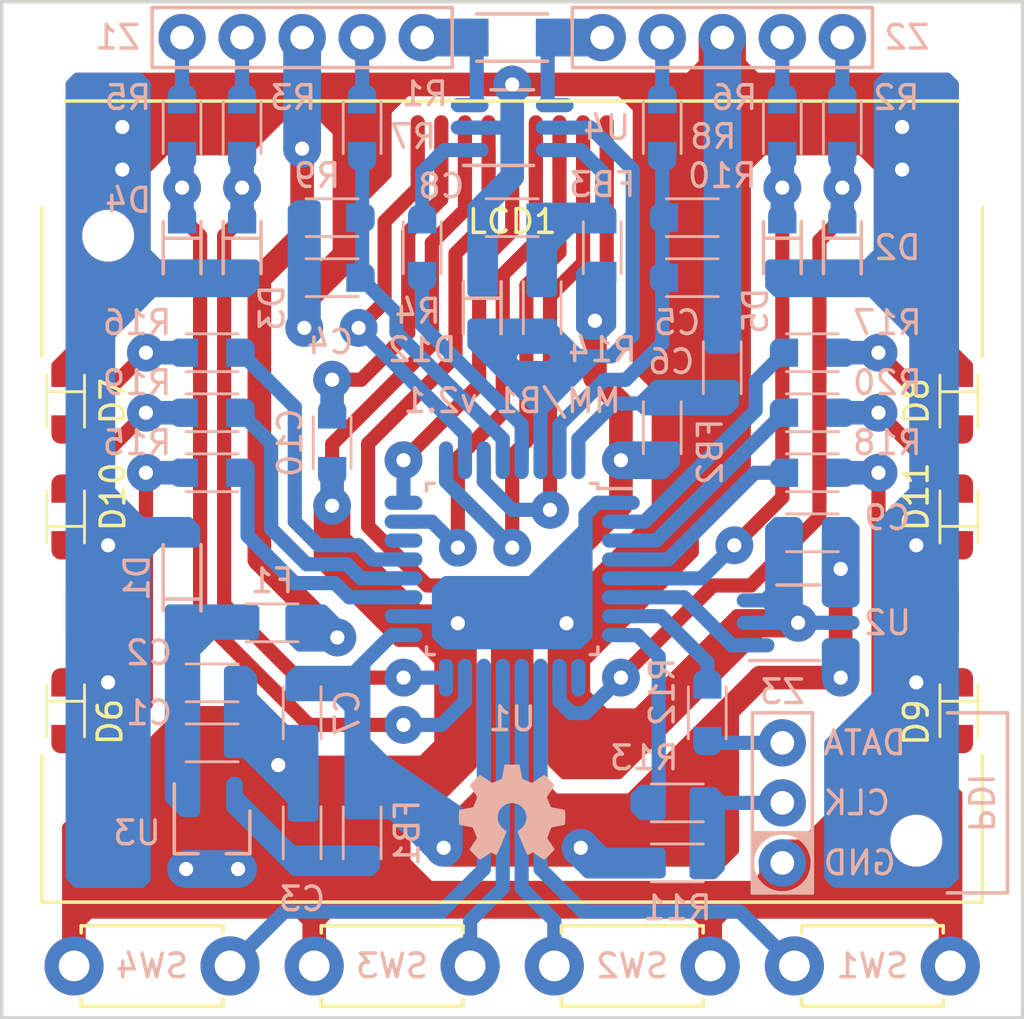
<source format=kicad_pcb>
(kicad_pcb (version 20171130) (host pcbnew 5.0.2-5.0.2)
  (title_block (title MiniMeter-B1) (date 2019-05-06) (rev 2.1) (company "M. Panuś"))
  (layers (0 F.Cu jumper) (31 B.Cu signal) (36 B.SilkS user) (37 F.SilkS user) (38 B.Mask user hide) (39 F.Mask user hide) (44 Edge.Cuts user))
  (net 0 "")
  (net 1 GND)
  (net 2 "Net-(SW2-Pad1)")
  (net 3 "Net-(SW4-Pad1)")
  (net 4 "Net-(SW1-Pad1)")
  (net 5 "Net-(SW3-Pad1)")
  (net 6 V+)
  (net 7 V-)
  (net 8 TxD)
  (net 9 SDA)
  (net 10 RxD)
  (net 11 SCL)
  (net 12 SCLK)
  (net 13 SDIN)
  (net 14 VIN)
  (net 15 AVCC)
  (net 16 "Net-(U1-Pad22)")
  (net 17 "Net-(U1-Pad9)")
  (net 18 VS)
  (net 19 AREF)
  (net 20 DC)
  (net 21 RST)
  (net 22 SCE)
  (net 23 /TWI_SCL)
  (net 24 /TWI_SDA)
  (net 25 /UART_RxD)
  (net 26 /UART_TxD)
  (net 27 "Net-(C1-Pad1)")
  (net 28 "Net-(C3-Pad1)")
  (net 29 "Net-(R4-Pad2)")
  (net 30 "Net-(R11-Pad1)")
  (net 31 "Net-(R12-Pad2)")
  (net 32 VCC)
  (net 33 /I+)
  (net 34 /I-)
  (net 35 /VOUT)
  (net 36 /VREF)
  (net 37 IOUT)
  (net 38 IREF)
  (net 39 "Net-(C10-Pad2)")
  (net 40 "Net-(D6-Pad2)")
  (net 41 "Net-(D7-Pad2)")
  (net 42 "Net-(D8-Pad2)")
  (net 43 "Net-(D9-Pad2)")
  (net 44 "Net-(D11-Pad2)")
  (net 45 "Net-(R15-Pad1)")
  (net 46 "Net-(R16-Pad1)")
  (net 47 "Net-(R17-Pad1)")
  (net 48 "Net-(R18-Pad1)")
  (net 49 "Net-(R19-Pad1)")
  (net 50 "Net-(R20-Pad1)")
  (net 51 "Net-(D10-Pad2)")
  (net 52 /PDI_DATA)
  (net 53 /PDI_CLK)
  (module project.pretty:THT_Goldpin-1x3 (layer B.Cu) (at 163.83 114.3 270)
    (fp_text reference Z3 (at -4.7 0) (layer B.SilkS) (effects (justify mirror)))
    (fp_text value "goldpin 1x3" hide)
    (pad 3 thru_hole circle (at 2.54 0 270) (size 2 2) (drill 1) (layers *.Cu B.Mask) (net 1 GND))
    (pad 2 thru_hole circle (at 0 0 270) (size 2 2) (drill 1) (layers *.Cu B.Mask) (net 30 "Net-(R11-Pad1)"))
    (pad 1 thru_hole circle (at -2.54 0 270) (size 2 2) (drill 1) (layers *.Cu B.Mask) (net 31 "Net-(R12-Pad2)"))
  )
  (module project.pretty:LCD_Nokia-5110 (layer F.Cu) (at 152.4 101.6)
    (fp_text reference LCD1 (at 0 -11.9) (layer F.SilkS))
    (fp_text value "Nokia 5110 LCD" hide)
    (pad "" np_thru_hole circle (at -17.1 -11.3) (size 1.6 1.6) (drill 1.6) (layers *.Cu *.Mask))
    (pad 3 smd oval (at -2 -15) (size 0.6 2.8) (layers F.Cu F.Mask) (net 1 GND))
    (pad 4 smd oval (at -1 -15) (size 0.6 2.8) (layers F.Cu F.Mask) (net 32 VCC))
    (pad 5 smd oval (at 0 -15) (size 0.6 2.8) (layers F.Cu F.Mask) (net 22 SCE))
    (pad 2 smd oval (at -3 -15) (size 0.6 2.8) (layers F.Cu F.Mask) (net 39 "Net-(C10-Pad2)"))
    (pad 1 smd oval (at -4 -15) (size 0.6 2.8) (layers F.Cu F.Mask) (net 21 RST))
    (pad 6 smd oval (at 1 -15) (size 0.6 2.8) (layers F.Cu F.Mask) (net 20 DC))
    (pad 7 smd oval (at 2 -15) (size 0.6 2.8) (layers F.Cu F.Mask) (net 13 SDIN))
    (pad 8 smd oval (at 3 -15) (size 0.6 2.8) (layers F.Cu F.Mask) (net 12 SCLK))
    (pad 9 smd oval (at 4 -15) (size 0.6 2.8) (layers F.Cu F.Mask) (net 32 VCC))
    (pad 3 smd oval (at -18.2 -15.1) (size 1.4 3) (layers B.Cu B.Mask) (net 1 GND))
    (pad 3 smd oval (at -18.2 4.6) (size 1.4 3) (layers B.Cu B.Mask) (net 1 GND))
    (pad 3 smd oval (at 18.2 4.6) (size 1.4 3) (layers B.Cu B.Mask) (net 1 GND))
    (pad 3 smd oval (at 18.2 -15.1) (size 1.4 3) (layers B.Cu B.Mask) (net 1 GND))
    (pad "" np_thru_hole circle (at 17.1 14.3) (size 1.6 1.6) (drill 1.6) (layers *.Cu *.Mask))
    (pad "" np_thru_hole oval (at -20 4.7) (size 1.6 4.6) (drill oval 1.6 4.6) (layers *.Cu *.Mask))
    (pad "" np_thru_hole oval (at 20 4.7) (size 1.6 4.6) (drill oval 1.6 4.6) (layers *.Cu *.Mask))
    (pad "" np_thru_hole oval (at -20 -15.1) (size 1.6 4.6) (drill oval 1.6 4.6) (layers *.Cu *.Mask))
    (pad "" np_thru_hole oval (at 20 -15.1) (size 1.6 4.6) (drill oval 1.6 4.6) (layers *.Cu *.Mask))
  )
  (module project.pretty:SMD_SOD-123 (layer B.Cu) (at 138.43 104.775 90)
    (fp_text reference D1 (at 0 -1.905 90) (layer B.SilkS) (effects (justify mirror)))
    (fp_text value 6V2 hide)
    (pad 2 smd custom (at 1.9 0 270) (size 1.2 1.2) (layers B.Cu B.Paste B.Mask) (net 1 GND) (options (clearance outline) (anchor circle)) (primitives (gr_poly (pts (xy 0.6 -0.6) (xy -0.2 -0.6) (xy -0.6 -0.2) (xy -0.6 0.2) (xy -0.2 0.6) (xy 0.6 0.6)) (width 0)) (gr_circle (center -0.2 -0.2) (end 0.2 -0.2) (width 0)) (gr_circle (center -0.2 0.2) (end 0.2 0.2) (width 0))))
    (pad 1 smd custom (at -1.9 0 90) (size 1.2 1.2) (layers B.Cu B.Paste B.Mask) (net 27 "Net-(C1-Pad1)") (options (clearance outline) (anchor circle)) (primitives (gr_poly (pts (xy 0.6 -0.6) (xy -0.2 -0.6) (xy -0.6 -0.2) (xy -0.6 0.2) (xy -0.2 0.6) (xy 0.6 0.6)) (width 0)) (gr_circle (center -0.2 -0.2) (end 0.2 -0.2) (width 0)) (gr_circle (center -0.2 0.2) (end 0.2 0.2) (width 0))))
  )
  (module "project.pretty:SMD_3216_(1206)" (layer B.Cu) (at 152.4 81.915)
    (fp_text reference R1 (at -3.7 2.385) (layer B.SilkS) (effects (justify mirror)))
    (fp_text value 0R1 hide)
    (pad 2 smd custom (at 1.8 0 180) (size 1.6 1.6) (layers B.Cu B.Paste B.Mask) (net 34 /I-) (options (clearance outline) (anchor circle)) (primitives (gr_poly (pts (xy 0.8 -0.8) (xy -0.4 -0.8) (xy -0.8 -0.4) (xy -0.8 0.4) (xy -0.4 0.8) (xy 0.8 0.8)) (width 0)) (gr_circle (center -0.4 -0.4) (end 0 -0.4) (width 0)) (gr_circle (center -0.4 0.4) (end 0 0.4) (width 0))))
    (pad 1 smd custom (at -1.8 0) (size 1.6 1.6) (layers B.Cu B.Paste B.Mask) (net 33 /I+) (options (clearance outline) (anchor circle)) (primitives (gr_poly (pts (xy 0.8 -0.8) (xy -0.4 -0.8) (xy -0.8 -0.4) (xy -0.8 0.4) (xy -0.4 0.8) (xy 0.8 0.8)) (width 0)) (gr_circle (center -0.4 -0.4) (end 0 -0.4) (width 0)) (gr_circle (center -0.4 0.4) (end 0 0.4) (width 0))))
  )
  (module project.pretty:SMD_SOD-323 (layer B.Cu) (at 151.13 93.345 270)
    (fp_text reference D12 (at 1.778 2.54) (layer B.SilkS) (effects (justify mirror)))
    (fp_text value 1N4148 hide)
    (pad 2 smd custom (at 1.2 0 90) (size 1.2 1.2) (layers B.Cu B.Paste B.Mask) (net 38 IREF) (options (clearance outline) (anchor circle)) (primitives (gr_poly (pts (xy 0.6 -0.6) (xy -0.2 -0.6) (xy -0.6 -0.2) (xy -0.6 0.2) (xy -0.2 0.6) (xy 0.6 0.6)) (width 0)) (gr_circle (center -0.2 -0.2) (end 0.2 -0.2) (width 0)) (gr_circle (center -0.2 0.2) (end 0.2 0.2) (width 0))))
    (pad 1 smd custom (at -1.2 0 270) (size 1.2 1.2) (layers B.Cu B.Paste B.Mask) (net 1 GND) (options (clearance outline) (anchor circle)) (primitives (gr_poly (pts (xy 0.6 -0.6) (xy -0.2 -0.6) (xy -0.6 -0.2) (xy -0.6 0.2) (xy -0.2 0.6) (xy 0.6 0.6)) (width 0)) (gr_circle (center -0.2 -0.2) (end 0.2 -0.2) (width 0)) (gr_circle (center -0.2 0.2) (end 0.2 0.2) (width 0))))
  )
  (module project.pretty:SMD_SOD-323 (layer B.Cu) (at 166.37 90.805 270)
    (fp_text reference D2 (at 0 -2.33) (layer B.SilkS) (effects (justify mirror)))
    (fp_text value 3V6 hide)
    (pad 2 smd custom (at 1.2 0 90) (size 1.2 1.2) (layers B.Cu B.Paste B.Mask) (net 1 GND) (options (clearance outline) (anchor circle)) (primitives (gr_poly (pts (xy 0.6 -0.6) (xy -0.2 -0.6) (xy -0.6 -0.2) (xy -0.6 0.2) (xy -0.2 0.6) (xy 0.6 0.6)) (width 0)) (gr_circle (center -0.2 -0.2) (end 0.2 -0.2) (width 0)) (gr_circle (center -0.2 0.2) (end 0.2 0.2) (width 0))))
    (pad 1 smd custom (at -1.2 0 270) (size 1.2 1.2) (layers B.Cu B.Paste B.Mask) (net 10 RxD) (options (clearance outline) (anchor circle)) (primitives (gr_poly (pts (xy 0.6 -0.6) (xy -0.2 -0.6) (xy -0.6 -0.2) (xy -0.6 0.2) (xy -0.2 0.6) (xy 0.6 0.6)) (width 0)) (gr_circle (center -0.2 -0.2) (end 0.2 -0.2) (width 0)) (gr_circle (center -0.2 0.2) (end 0.2 0.2) (width 0))))
  )
  (module project.pretty:SMD_SOD-323 (layer B.Cu) (at 163.83 90.805 270)
    (fp_text reference D5 (at 2.667 1.13 90) (layer B.SilkS) (effects (justify mirror)))
    (fp_text value 3V6 hide)
    (pad 2 smd custom (at 1.2 0 90) (size 1.2 1.2) (layers B.Cu B.Paste B.Mask) (net 1 GND) (options (clearance outline) (anchor circle)) (primitives (gr_poly (pts (xy 0.6 -0.6) (xy -0.2 -0.6) (xy -0.6 -0.2) (xy -0.6 0.2) (xy -0.2 0.6) (xy 0.6 0.6)) (width 0)) (gr_circle (center -0.2 -0.2) (end 0.2 -0.2) (width 0)) (gr_circle (center -0.2 0.2) (end 0.2 0.2) (width 0))))
    (pad 1 smd custom (at -1.2 0 270) (size 1.2 1.2) (layers B.Cu B.Paste B.Mask) (net 8 TxD) (options (clearance outline) (anchor circle)) (primitives (gr_poly (pts (xy 0.6 -0.6) (xy -0.2 -0.6) (xy -0.6 -0.2) (xy -0.6 0.2) (xy -0.2 0.6) (xy 0.6 0.6)) (width 0)) (gr_circle (center -0.2 -0.2) (end 0.2 -0.2) (width 0)) (gr_circle (center -0.2 0.2) (end 0.2 0.2) (width 0))))
  )
  (module project.pretty:SMD_SOD-323 (layer B.Cu) (at 140.97 90.805 270)
    (fp_text reference D3 (at 2.54 -1.27 270) (layer B.SilkS) (effects (justify mirror)))
    (fp_text value 3V6 hide)
    (pad 2 smd custom (at 1.2 0 90) (size 1.2 1.2) (layers B.Cu B.Paste B.Mask) (net 1 GND) (options (clearance outline) (anchor circle)) (primitives (gr_poly (pts (xy 0.6 -0.6) (xy -0.2 -0.6) (xy -0.6 -0.2) (xy -0.6 0.2) (xy -0.2 0.6) (xy 0.6 0.6)) (width 0)) (gr_circle (center -0.2 -0.2) (end 0.2 -0.2) (width 0)) (gr_circle (center -0.2 0.2) (end 0.2 0.2) (width 0))))
    (pad 1 smd custom (at -1.2 0 270) (size 1.2 1.2) (layers B.Cu B.Paste B.Mask) (net 9 SDA) (options (clearance outline) (anchor circle)) (primitives (gr_poly (pts (xy 0.6 -0.6) (xy -0.2 -0.6) (xy -0.6 -0.2) (xy -0.6 0.2) (xy -0.2 0.6) (xy 0.6 0.6)) (width 0)) (gr_circle (center -0.2 -0.2) (end 0.2 -0.2) (width 0)) (gr_circle (center -0.2 0.2) (end 0.2 0.2) (width 0))))
  )
  (module project.pretty:SMD_SOD-323 (layer B.Cu) (at 138.43 90.805 270)
    (fp_text reference D4 (at -2.005 2.286) (layer B.SilkS) (effects (justify mirror)))
    (fp_text value 3V6 hide)
    (pad 2 smd custom (at 1.2 0 90) (size 1.2 1.2) (layers B.Cu B.Paste B.Mask) (net 1 GND) (options (clearance outline) (anchor circle)) (primitives (gr_poly (pts (xy 0.6 -0.6) (xy -0.2 -0.6) (xy -0.6 -0.2) (xy -0.6 0.2) (xy -0.2 0.6) (xy 0.6 0.6)) (width 0)) (gr_circle (center -0.2 -0.2) (end 0.2 -0.2) (width 0)) (gr_circle (center -0.2 0.2) (end 0.2 0.2) (width 0))))
    (pad 1 smd custom (at -1.2 0 270) (size 1.2 1.2) (layers B.Cu B.Paste B.Mask) (net 11 SCL) (options (clearance outline) (anchor circle)) (primitives (gr_poly (pts (xy 0.6 -0.6) (xy -0.2 -0.6) (xy -0.6 -0.2) (xy -0.6 0.2) (xy -0.2 0.6) (xy 0.6 0.6)) (width 0)) (gr_circle (center -0.2 -0.2) (end 0.2 -0.2) (width 0)) (gr_circle (center -0.2 0.2) (end 0.2 0.2) (width 0))))
  )
  (module "project.pretty:SMD_2012_(0805)" (layer B.Cu) (at 143.51 110.49 270)
    (fp_text reference C7 (at 0 -1.905 270) (layer B.SilkS) (effects (justify mirror)))
    (fp_text value 100n hide)
    (pad 2 smd custom (at 1.2 0 90) (size 1.2 1.2) (layers B.Cu B.Paste B.Mask) (net 1 GND) (options (clearance outline) (anchor circle)) (primitives (gr_poly (pts (xy 0.6 -0.6) (xy -0.2 -0.6) (xy -0.6 -0.2) (xy -0.6 0.2) (xy -0.2 0.6) (xy 0.6 0.6)) (width 0)) (gr_circle (center -0.2 -0.2) (end 0.2 -0.2) (width 0)) (gr_circle (center -0.2 0.2) (end 0.2 0.2) (width 0))))
    (pad 1 smd custom (at -1.2 0 270) (size 1.2 1.2) (layers B.Cu B.Paste B.Mask) (net 32 VCC) (options (clearance outline) (anchor circle)) (primitives (gr_poly (pts (xy 0.6 -0.6) (xy -0.2 -0.6) (xy -0.6 -0.2) (xy -0.6 0.2) (xy -0.2 0.6) (xy 0.6 0.6)) (width 0)) (gr_circle (center -0.2 -0.2) (end 0.2 -0.2) (width 0)) (gr_circle (center -0.2 0.2) (end 0.2 0.2) (width 0))))
  )
  (module "project.pretty:SMD_2012_(0805)" (layer B.Cu) (at 143.51 115.57 90)
    (fp_text reference C3 (at -2.794 0) (layer B.SilkS) (effects (justify mirror)))
    (fp_text value 10u hide)
    (pad 2 smd custom (at 1.2 0 270) (size 1.2 1.2) (layers B.Cu B.Paste B.Mask) (net 1 GND) (options (clearance outline) (anchor circle)) (primitives (gr_poly (pts (xy 0.6 -0.6) (xy -0.2 -0.6) (xy -0.6 -0.2) (xy -0.6 0.2) (xy -0.2 0.6) (xy 0.6 0.6)) (width 0)) (gr_circle (center -0.2 -0.2) (end 0.2 -0.2) (width 0)) (gr_circle (center -0.2 0.2) (end 0.2 0.2) (width 0))))
    (pad 1 smd custom (at -1.2 0 90) (size 1.2 1.2) (layers B.Cu B.Paste B.Mask) (net 28 "Net-(C3-Pad1)") (options (clearance outline) (anchor circle)) (primitives (gr_poly (pts (xy 0.6 -0.6) (xy -0.2 -0.6) (xy -0.6 -0.2) (xy -0.6 0.2) (xy -0.2 0.6) (xy 0.6 0.6)) (width 0)) (gr_circle (center -0.2 -0.2) (end 0.2 -0.2) (width 0)) (gr_circle (center -0.2 0.2) (end 0.2 0.2) (width 0))))
  )
  (module "project.pretty:SMD_2012_(0805)" (layer B.Cu) (at 139.7 109.22)
    (fp_text reference C2 (at -2.667 -1.27) (layer B.SilkS) (effects (justify mirror)))
    (fp_text value 10u hide)
    (pad 2 smd custom (at 1.2 0 180) (size 1.2 1.2) (layers B.Cu B.Paste B.Mask) (net 1 GND) (options (clearance outline) (anchor circle)) (primitives (gr_poly (pts (xy 0.6 -0.6) (xy -0.2 -0.6) (xy -0.6 -0.2) (xy -0.6 0.2) (xy -0.2 0.6) (xy 0.6 0.6)) (width 0)) (gr_circle (center -0.2 -0.2) (end 0.2 -0.2) (width 0)) (gr_circle (center -0.2 0.2) (end 0.2 0.2) (width 0))))
    (pad 1 smd custom (at -1.2 0) (size 1.2 1.2) (layers B.Cu B.Paste B.Mask) (net 27 "Net-(C1-Pad1)") (options (clearance outline) (anchor circle)) (primitives (gr_poly (pts (xy 0.6 -0.6) (xy -0.2 -0.6) (xy -0.6 -0.2) (xy -0.6 0.2) (xy -0.2 0.6) (xy 0.6 0.6)) (width 0)) (gr_circle (center -0.2 -0.2) (end 0.2 -0.2) (width 0)) (gr_circle (center -0.2 0.2) (end 0.2 0.2) (width 0))))
  )
  (module "project.pretty:SMD_2012_(0805)" (layer B.Cu) (at 139.7 111.76)
    (fp_text reference C1 (at -2.667 -1.27) (layer B.SilkS) (effects (justify mirror)))
    (fp_text value 10u hide)
    (pad 2 smd custom (at 1.2 0 180) (size 1.2 1.2) (layers B.Cu B.Paste B.Mask) (net 1 GND) (options (clearance outline) (anchor circle)) (primitives (gr_poly (pts (xy 0.6 -0.6) (xy -0.2 -0.6) (xy -0.6 -0.2) (xy -0.6 0.2) (xy -0.2 0.6) (xy 0.6 0.6)) (width 0)) (gr_circle (center -0.2 -0.2) (end 0.2 -0.2) (width 0)) (gr_circle (center -0.2 0.2) (end 0.2 0.2) (width 0))))
    (pad 1 smd custom (at -1.2 0) (size 1.2 1.2) (layers B.Cu B.Paste B.Mask) (net 27 "Net-(C1-Pad1)") (options (clearance outline) (anchor circle)) (primitives (gr_poly (pts (xy 0.6 -0.6) (xy -0.2 -0.6) (xy -0.6 -0.2) (xy -0.6 0.2) (xy -0.2 0.6) (xy 0.6 0.6)) (width 0)) (gr_circle (center -0.2 -0.2) (end 0.2 -0.2) (width 0)) (gr_circle (center -0.2 0.2) (end 0.2 0.2) (width 0))))
  )
  (module "project.pretty:SMD_2012_(0805)" (layer B.Cu) (at 142.24 106.68 180)
    (fp_text reference F1 (at 0 1.778 180) (layer B.SilkS) (effects (justify mirror)))
    (fp_text value 100mA hide)
    (pad 2 smd custom (at 1.2 0) (size 1.2 1.2) (layers B.Cu B.Paste B.Mask) (net 27 "Net-(C1-Pad1)") (options (clearance outline) (anchor circle)) (primitives (gr_poly (pts (xy 0.6 -0.6) (xy -0.2 -0.6) (xy -0.6 -0.2) (xy -0.6 0.2) (xy -0.2 0.6) (xy 0.6 0.6)) (width 0)) (gr_circle (center -0.2 -0.2) (end 0.2 -0.2) (width 0)) (gr_circle (center -0.2 0.2) (end 0.2 0.2) (width 0))))
    (pad 1 smd custom (at -1.2 0 180) (size 1.2 1.2) (layers B.Cu B.Paste B.Mask) (net 14 VIN) (options (clearance outline) (anchor circle)) (primitives (gr_poly (pts (xy 0.6 -0.6) (xy -0.2 -0.6) (xy -0.6 -0.2) (xy -0.6 0.2) (xy -0.2 0.6) (xy 0.6 0.6)) (width 0)) (gr_circle (center -0.2 -0.2) (end 0.2 -0.2) (width 0)) (gr_circle (center -0.2 0.2) (end 0.2 0.2) (width 0))))
  )
  (module "project.pretty:SMD_2012_(0805)" (layer B.Cu) (at 146.05 115.57 90)
    (fp_text reference FB1 (at 0 1.905 90) (layer B.SilkS) (effects (justify mirror)))
    (fp_text value "ferrite bead" hide)
    (pad 2 smd custom (at 1.2 0 270) (size 1.2 1.2) (layers B.Cu B.Paste B.Mask) (net 32 VCC) (options (clearance outline) (anchor circle)) (primitives (gr_poly (pts (xy 0.6 -0.6) (xy -0.2 -0.6) (xy -0.6 -0.2) (xy -0.6 0.2) (xy -0.2 0.6) (xy 0.6 0.6)) (width 0)) (gr_circle (center -0.2 -0.2) (end 0.2 -0.2) (width 0)) (gr_circle (center -0.2 0.2) (end 0.2 0.2) (width 0))))
    (pad 1 smd custom (at -1.2 0 90) (size 1.2 1.2) (layers B.Cu B.Paste B.Mask) (net 28 "Net-(C3-Pad1)") (options (clearance outline) (anchor circle)) (primitives (gr_poly (pts (xy 0.6 -0.6) (xy -0.2 -0.6) (xy -0.6 -0.2) (xy -0.6 0.2) (xy -0.2 0.6) (xy 0.6 0.6)) (width 0)) (gr_circle (center -0.2 -0.2) (end 0.2 -0.2) (width 0)) (gr_circle (center -0.2 0.2) (end 0.2 0.2) (width 0))))
  )
  (module "project.pretty:SMD_2012_(0805)" (layer B.Cu) (at 165.1 102.87 180)
    (fp_text reference C9 (at -3.175 0.635 180) (layer B.SilkS) (effects (justify mirror)))
    (fp_text value 1u hide)
    (pad 2 smd custom (at 1.2 0) (size 1.2 1.2) (layers B.Cu B.Paste B.Mask) (net 1 GND) (options (clearance outline) (anchor circle)) (primitives (gr_poly (pts (xy 0.6 -0.6) (xy -0.2 -0.6) (xy -0.6 -0.2) (xy -0.6 0.2) (xy -0.2 0.6) (xy 0.6 0.6)) (width 0)) (gr_circle (center -0.2 -0.2) (end 0.2 -0.2) (width 0)) (gr_circle (center -0.2 0.2) (end 0.2 0.2) (width 0))))
    (pad 1 smd custom (at -1.2 0 180) (size 1.2 1.2) (layers B.Cu B.Paste B.Mask) (net 32 VCC) (options (clearance outline) (anchor circle)) (primitives (gr_poly (pts (xy 0.6 -0.6) (xy -0.2 -0.6) (xy -0.6 -0.2) (xy -0.6 0.2) (xy -0.2 0.6) (xy 0.6 0.6)) (width 0)) (gr_circle (center -0.2 -0.2) (end 0.2 -0.2) (width 0)) (gr_circle (center -0.2 0.2) (end 0.2 0.2) (width 0))))
  )
  (module "project.pretty:SMD_2012_(0805)" (layer B.Cu) (at 159.385 116.84 180)
    (fp_text reference R11 (at 0 -1.905 180) (layer B.SilkS) (effects (justify mirror)))
    (fp_text value 10k hide)
    (pad 2 smd custom (at 1.2 0) (size 1.2 1.2) (layers B.Cu B.Paste B.Mask) (net 32 VCC) (options (clearance outline) (anchor circle)) (primitives (gr_poly (pts (xy 0.6 -0.6) (xy -0.2 -0.6) (xy -0.6 -0.2) (xy -0.6 0.2) (xy -0.2 0.6) (xy 0.6 0.6)) (width 0)) (gr_circle (center -0.2 -0.2) (end 0.2 -0.2) (width 0)) (gr_circle (center -0.2 0.2) (end 0.2 0.2) (width 0))))
    (pad 1 smd custom (at -1.2 0 180) (size 1.2 1.2) (layers B.Cu B.Paste B.Mask) (net 30 "Net-(R11-Pad1)") (options (clearance outline) (anchor circle)) (primitives (gr_poly (pts (xy 0.6 -0.6) (xy -0.2 -0.6) (xy -0.6 -0.2) (xy -0.6 0.2) (xy -0.2 0.6) (xy 0.6 0.6)) (width 0)) (gr_circle (center -0.2 -0.2) (end 0.2 -0.2) (width 0)) (gr_circle (center -0.2 0.2) (end 0.2 0.2) (width 0))))
  )
  (module "project.pretty:SMD_2012_(0805)" (layer B.Cu) (at 159.385 114.3 180)
    (fp_text reference R13 (at 1.397 1.905) (layer B.SilkS) (effects (justify mirror)))
    (fp_text value 1k hide)
    (pad 2 smd custom (at 1.2 0) (size 1.2 1.2) (layers B.Cu B.Paste B.Mask) (net 53 /PDI_CLK) (options (clearance outline) (anchor circle)) (primitives (gr_poly (pts (xy 0.6 -0.6) (xy -0.2 -0.6) (xy -0.6 -0.2) (xy -0.6 0.2) (xy -0.2 0.6) (xy 0.6 0.6)) (width 0)) (gr_circle (center -0.2 -0.2) (end 0.2 -0.2) (width 0)) (gr_circle (center -0.2 0.2) (end 0.2 0.2) (width 0))))
    (pad 1 smd custom (at -1.2 0 180) (size 1.2 1.2) (layers B.Cu B.Paste B.Mask) (net 30 "Net-(R11-Pad1)") (options (clearance outline) (anchor circle)) (primitives (gr_poly (pts (xy 0.6 -0.6) (xy -0.2 -0.6) (xy -0.6 -0.2) (xy -0.6 0.2) (xy -0.2 0.6) (xy 0.6 0.6)) (width 0)) (gr_circle (center -0.2 -0.2) (end 0.2 -0.2) (width 0)) (gr_circle (center -0.2 0.2) (end 0.2 0.2) (width 0))))
  )
  (module "project.pretty:SMD_2012_(0805)" (layer B.Cu) (at 160.655 110.49 270)
    (fp_text reference R12 (at -0.889 1.905 90) (layer B.SilkS) (effects (justify mirror)))
    (fp_text value 1k hide)
    (pad 2 smd custom (at 1.2 0 90) (size 1.2 1.2) (layers B.Cu B.Paste B.Mask) (net 31 "Net-(R12-Pad2)") (options (clearance outline) (anchor circle)) (primitives (gr_poly (pts (xy 0.6 -0.6) (xy -0.2 -0.6) (xy -0.6 -0.2) (xy -0.6 0.2) (xy -0.2 0.6) (xy 0.6 0.6)) (width 0)) (gr_circle (center -0.2 -0.2) (end 0.2 -0.2) (width 0)) (gr_circle (center -0.2 0.2) (end 0.2 0.2) (width 0))))
    (pad 1 smd custom (at -1.2 0 270) (size 1.2 1.2) (layers B.Cu B.Paste B.Mask) (net 52 /PDI_DATA) (options (clearance outline) (anchor circle)) (primitives (gr_poly (pts (xy 0.6 -0.6) (xy -0.2 -0.6) (xy -0.6 -0.2) (xy -0.6 0.2) (xy -0.2 0.6) (xy 0.6 0.6)) (width 0)) (gr_circle (center -0.2 -0.2) (end 0.2 -0.2) (width 0)) (gr_circle (center -0.2 0.2) (end 0.2 0.2) (width 0))))
  )
  (module "project.pretty:SMD_2012_(0805)" (layer B.Cu) (at 161.29 95.885 90)
    (fp_text reference C6 (at 0.254 -2.159 180) (layer B.SilkS) (effects (justify mirror)))
    (fp_text value 10n hide)
    (pad 2 smd custom (at 1.2 0 270) (size 1.2 1.2) (layers B.Cu B.Paste B.Mask) (net 1 GND) (options (clearance outline) (anchor circle)) (primitives (gr_poly (pts (xy 0.6 -0.6) (xy -0.2 -0.6) (xy -0.6 -0.2) (xy -0.6 0.2) (xy -0.2 0.6) (xy 0.6 0.6)) (width 0)) (gr_circle (center -0.2 -0.2) (end 0.2 -0.2) (width 0)) (gr_circle (center -0.2 0.2) (end 0.2 0.2) (width 0))))
    (pad 1 smd custom (at -1.2 0 90) (size 1.2 1.2) (layers B.Cu B.Paste B.Mask) (net 15 AVCC) (options (clearance outline) (anchor circle)) (primitives (gr_poly (pts (xy 0.6 -0.6) (xy -0.2 -0.6) (xy -0.6 -0.2) (xy -0.6 0.2) (xy -0.2 0.6) (xy 0.6 0.6)) (width 0)) (gr_circle (center -0.2 -0.2) (end 0.2 -0.2) (width 0)) (gr_circle (center -0.2 0.2) (end 0.2 0.2) (width 0))))
  )
  (module "project.pretty:SMD_2012_(0805)" (layer B.Cu) (at 158.75 98.425 90)
    (fp_text reference FB2 (at -1.016 2.032 270) (layer B.SilkS) (effects (justify mirror)))
    (fp_text value "ferrite bead" hide)
    (pad 2 smd custom (at 1.2 0 270) (size 1.2 1.2) (layers B.Cu B.Paste B.Mask) (net 15 AVCC) (options (clearance outline) (anchor circle)) (primitives (gr_poly (pts (xy 0.6 -0.6) (xy -0.2 -0.6) (xy -0.6 -0.2) (xy -0.6 0.2) (xy -0.2 0.6) (xy 0.6 0.6)) (width 0)) (gr_circle (center -0.2 -0.2) (end 0.2 -0.2) (width 0)) (gr_circle (center -0.2 0.2) (end 0.2 0.2) (width 0))))
    (pad 1 smd custom (at -1.2 0 90) (size 1.2 1.2) (layers B.Cu B.Paste B.Mask) (net 32 VCC) (options (clearance outline) (anchor circle)) (primitives (gr_poly (pts (xy 0.6 -0.6) (xy -0.2 -0.6) (xy -0.6 -0.2) (xy -0.6 0.2) (xy -0.2 0.6) (xy 0.6 0.6)) (width 0)) (gr_circle (center -0.2 -0.2) (end 0.2 -0.2) (width 0)) (gr_circle (center -0.2 0.2) (end 0.2 0.2) (width 0))))
  )
  (module "project.pretty:SMD_2012_(0805)" (layer B.Cu) (at 144.78 99.06 90)
    (fp_text reference C10 (at 0 -1.778 90) (layer B.SilkS) (effects (justify mirror)))
    (fp_text value 1u hide)
    (pad 2 smd custom (at 1.2 0 270) (size 1.2 1.2) (layers B.Cu B.Paste B.Mask) (net 39 "Net-(C10-Pad2)") (options (clearance outline) (anchor circle)) (primitives (gr_poly (pts (xy 0.6 -0.6) (xy -0.2 -0.6) (xy -0.6 -0.2) (xy -0.6 0.2) (xy -0.2 0.6) (xy 0.6 0.6)) (width 0)) (gr_circle (center -0.2 -0.2) (end 0.2 -0.2) (width 0)) (gr_circle (center -0.2 0.2) (end 0.2 0.2) (width 0))))
    (pad 1 smd custom (at -1.2 0 90) (size 1.2 1.2) (layers B.Cu B.Paste B.Mask) (net 1 GND) (options (clearance outline) (anchor circle)) (primitives (gr_poly (pts (xy 0.6 -0.6) (xy -0.2 -0.6) (xy -0.6 -0.2) (xy -0.6 0.2) (xy -0.2 0.6) (xy 0.6 0.6)) (width 0)) (gr_circle (center -0.2 -0.2) (end 0.2 -0.2) (width 0)) (gr_circle (center -0.2 0.2) (end 0.2 0.2) (width 0))))
  )
  (module "project.pretty:SMD_2012_(0805)" (layer B.Cu) (at 166.37 85.725 90)
    (fp_text reference R2 (at 1.27 2.286 180) (layer B.SilkS) (effects (justify mirror)))
    (fp_text value 1k hide)
    (pad 2 smd custom (at 1.2 0 270) (size 1.2 1.2) (layers B.Cu B.Paste B.Mask) (net 25 /UART_RxD) (options (clearance outline) (anchor circle)) (primitives (gr_poly (pts (xy 0.6 -0.6) (xy -0.2 -0.6) (xy -0.6 -0.2) (xy -0.6 0.2) (xy -0.2 0.6) (xy 0.6 0.6)) (width 0)) (gr_circle (center -0.2 -0.2) (end 0.2 -0.2) (width 0)) (gr_circle (center -0.2 0.2) (end 0.2 0.2) (width 0))))
    (pad 1 smd custom (at -1.2 0 90) (size 1.2 1.2) (layers B.Cu B.Paste B.Mask) (net 10 RxD) (options (clearance outline) (anchor circle)) (primitives (gr_poly (pts (xy 0.6 -0.6) (xy -0.2 -0.6) (xy -0.6 -0.2) (xy -0.6 0.2) (xy -0.2 0.6) (xy 0.6 0.6)) (width 0)) (gr_circle (center -0.2 -0.2) (end 0.2 -0.2) (width 0)) (gr_circle (center -0.2 0.2) (end 0.2 0.2) (width 0))))
  )
  (module "project.pretty:SMD_2012_(0805)" (layer B.Cu) (at 163.83 85.725 90)
    (fp_text reference R6 (at 1.27 -2.032 180) (layer B.SilkS) (effects (justify mirror)))
    (fp_text value 1k hide)
    (pad 2 smd custom (at 1.2 0 270) (size 1.2 1.2) (layers B.Cu B.Paste B.Mask) (net 26 /UART_TxD) (options (clearance outline) (anchor circle)) (primitives (gr_poly (pts (xy 0.6 -0.6) (xy -0.2 -0.6) (xy -0.6 -0.2) (xy -0.6 0.2) (xy -0.2 0.6) (xy 0.6 0.6)) (width 0)) (gr_circle (center -0.2 -0.2) (end 0.2 -0.2) (width 0)) (gr_circle (center -0.2 0.2) (end 0.2 0.2) (width 0))))
    (pad 1 smd custom (at -1.2 0 90) (size 1.2 1.2) (layers B.Cu B.Paste B.Mask) (net 8 TxD) (options (clearance outline) (anchor circle)) (primitives (gr_poly (pts (xy 0.6 -0.6) (xy -0.2 -0.6) (xy -0.6 -0.2) (xy -0.6 0.2) (xy -0.2 0.6) (xy 0.6 0.6)) (width 0)) (gr_circle (center -0.2 -0.2) (end 0.2 -0.2) (width 0)) (gr_circle (center -0.2 0.2) (end 0.2 0.2) (width 0))))
  )
  (module "project.pretty:SMD_2012_(0805)" (layer B.Cu) (at 158.75 85.725 90)
    (fp_text reference R8 (at -0.381 2.159 180) (layer B.SilkS) (effects (justify mirror)))
    (fp_text value 50k hide)
    (pad 2 smd custom (at 1.2 0 270) (size 1.2 1.2) (layers B.Cu B.Paste B.Mask) (net 7 V-) (options (clearance outline) (anchor circle)) (primitives (gr_poly (pts (xy 0.6 -0.6) (xy -0.2 -0.6) (xy -0.6 -0.2) (xy -0.6 0.2) (xy -0.2 0.6) (xy 0.6 0.6)) (width 0)) (gr_circle (center -0.2 -0.2) (end 0.2 -0.2) (width 0)) (gr_circle (center -0.2 0.2) (end 0.2 0.2) (width 0))))
    (pad 1 smd custom (at -1.2 0 90) (size 1.2 1.2) (layers B.Cu B.Paste B.Mask) (net 36 /VREF) (options (clearance outline) (anchor circle)) (primitives (gr_poly (pts (xy 0.6 -0.6) (xy -0.2 -0.6) (xy -0.6 -0.2) (xy -0.6 0.2) (xy -0.2 0.6) (xy 0.6 0.6)) (width 0)) (gr_circle (center -0.2 -0.2) (end 0.2 -0.2) (width 0)) (gr_circle (center -0.2 0.2) (end 0.2 0.2) (width 0))))
  )
  (module "project.pretty:SMD_2012_(0805)" (layer B.Cu) (at 160.02 92.075)
    (fp_text reference C5 (at -0.635 1.905) (layer B.SilkS) (effects (justify mirror)))
    (fp_text value 10n hide)
    (pad 2 smd custom (at 1.2 0 180) (size 1.2 1.2) (layers B.Cu B.Paste B.Mask) (net 1 GND) (options (clearance outline) (anchor circle)) (primitives (gr_poly (pts (xy 0.6 -0.6) (xy -0.2 -0.6) (xy -0.6 -0.2) (xy -0.6 0.2) (xy -0.2 0.6) (xy 0.6 0.6)) (width 0)) (gr_circle (center -0.2 -0.2) (end 0.2 -0.2) (width 0)) (gr_circle (center -0.2 0.2) (end 0.2 0.2) (width 0))))
    (pad 1 smd custom (at -1.2 0) (size 1.2 1.2) (layers B.Cu B.Paste B.Mask) (net 36 /VREF) (options (clearance outline) (anchor circle)) (primitives (gr_poly (pts (xy 0.6 -0.6) (xy -0.2 -0.6) (xy -0.6 -0.2) (xy -0.6 0.2) (xy -0.2 0.6) (xy 0.6 0.6)) (width 0)) (gr_circle (center -0.2 -0.2) (end 0.2 -0.2) (width 0)) (gr_circle (center -0.2 0.2) (end 0.2 0.2) (width 0))))
  )
  (module "project.pretty:SMD_2012_(0805)" (layer B.Cu) (at 160.02 89.535 180)
    (fp_text reference R10 (at -1.27 1.778 180) (layer B.SilkS) (effects (justify mirror)))
    (fp_text value 50k hide)
    (pad 2 smd custom (at 1.2 0) (size 1.2 1.2) (layers B.Cu B.Paste B.Mask) (net 36 /VREF) (options (clearance outline) (anchor circle)) (primitives (gr_poly (pts (xy 0.6 -0.6) (xy -0.2 -0.6) (xy -0.6 -0.2) (xy -0.6 0.2) (xy -0.2 0.6) (xy 0.6 0.6)) (width 0)) (gr_circle (center -0.2 -0.2) (end 0.2 -0.2) (width 0)) (gr_circle (center -0.2 0.2) (end 0.2 0.2) (width 0))))
    (pad 1 smd custom (at -1.2 0 180) (size 1.2 1.2) (layers B.Cu B.Paste B.Mask) (net 1 GND) (options (clearance outline) (anchor circle)) (primitives (gr_poly (pts (xy 0.6 -0.6) (xy -0.2 -0.6) (xy -0.6 -0.2) (xy -0.6 0.2) (xy -0.2 0.6) (xy 0.6 0.6)) (width 0)) (gr_circle (center -0.2 -0.2) (end 0.2 -0.2) (width 0)) (gr_circle (center -0.2 0.2) (end 0.2 0.2) (width 0))))
  )
  (module "project.pretty:SMD_2012_(0805)" (layer B.Cu) (at 156.21 90.805 90)
    (fp_text reference FB3 (at 2.667 0 180) (layer B.SilkS) (effects (justify mirror)))
    (fp_text value "ferrite bead" hide)
    (pad 2 smd custom (at 1.2 0 270) (size 1.2 1.2) (layers B.Cu B.Paste B.Mask) (net 18 VS) (options (clearance outline) (anchor circle)) (primitives (gr_poly (pts (xy 0.6 -0.6) (xy -0.2 -0.6) (xy -0.6 -0.2) (xy -0.6 0.2) (xy -0.2 0.6) (xy 0.6 0.6)) (width 0)) (gr_circle (center -0.2 -0.2) (end 0.2 -0.2) (width 0)) (gr_circle (center -0.2 0.2) (end 0.2 0.2) (width 0))))
    (pad 1 smd custom (at -1.2 0 90) (size 1.2 1.2) (layers B.Cu B.Paste B.Mask) (net 32 VCC) (options (clearance outline) (anchor circle)) (primitives (gr_poly (pts (xy 0.6 -0.6) (xy -0.2 -0.6) (xy -0.6 -0.2) (xy -0.6 0.2) (xy -0.2 0.6) (xy 0.6 0.6)) (width 0)) (gr_circle (center -0.2 -0.2) (end 0.2 -0.2) (width 0)) (gr_circle (center -0.2 0.2) (end 0.2 0.2) (width 0))))
  )
  (module "project.pretty:SMD_2012_(0805)" (layer B.Cu) (at 153.67 93.345 270)
    (fp_text reference R14 (at 1.778 -2.54) (layer B.SilkS) (effects (justify mirror)))
    (fp_text value 1k hide)
    (pad 2 smd custom (at 1.2 0 90) (size 1.2 1.2) (layers B.Cu B.Paste B.Mask) (net 38 IREF) (options (clearance outline) (anchor circle)) (primitives (gr_poly (pts (xy 0.6 -0.6) (xy -0.2 -0.6) (xy -0.6 -0.2) (xy -0.6 0.2) (xy -0.2 0.6) (xy 0.6 0.6)) (width 0)) (gr_circle (center -0.2 -0.2) (end 0.2 -0.2) (width 0)) (gr_circle (center -0.2 0.2) (end 0.2 0.2) (width 0))))
    (pad 1 smd custom (at -1.2 0 270) (size 1.2 1.2) (layers B.Cu B.Paste B.Mask) (net 18 VS) (options (clearance outline) (anchor circle)) (primitives (gr_poly (pts (xy 0.6 -0.6) (xy -0.2 -0.6) (xy -0.6 -0.2) (xy -0.6 0.2) (xy -0.2 0.6) (xy 0.6 0.6)) (width 0)) (gr_circle (center -0.2 -0.2) (end 0.2 -0.2) (width 0)) (gr_circle (center -0.2 0.2) (end 0.2 0.2) (width 0))))
  )
  (module "project.pretty:SMD_2012_(0805)" (layer B.Cu) (at 152.4 89.535 180)
    (fp_text reference C8 (at 3 1.335 180) (layer B.SilkS) (effects (justify mirror)))
    (fp_text value 100n hide)
    (pad 2 smd custom (at 1.2 0) (size 1.2 1.2) (layers B.Cu B.Paste B.Mask) (net 1 GND) (options (clearance outline) (anchor circle)) (primitives (gr_poly (pts (xy 0.6 -0.6) (xy -0.2 -0.6) (xy -0.6 -0.2) (xy -0.6 0.2) (xy -0.2 0.6) (xy 0.6 0.6)) (width 0)) (gr_circle (center -0.2 -0.2) (end 0.2 -0.2) (width 0)) (gr_circle (center -0.2 0.2) (end 0.2 0.2) (width 0))))
    (pad 1 smd custom (at -1.2 0 180) (size 1.2 1.2) (layers B.Cu B.Paste B.Mask) (net 18 VS) (options (clearance outline) (anchor circle)) (primitives (gr_poly (pts (xy 0.6 -0.6) (xy -0.2 -0.6) (xy -0.6 -0.2) (xy -0.6 0.2) (xy -0.2 0.6) (xy 0.6 0.6)) (width 0)) (gr_circle (center -0.2 -0.2) (end 0.2 -0.2) (width 0)) (gr_circle (center -0.2 0.2) (end 0.2 0.2) (width 0))))
  )
  (module "project.pretty:SMD_2012_(0805)" (layer B.Cu) (at 148.59 90.805 90)
    (fp_text reference R4 (at -2.695 -0.19 180) (layer B.SilkS) (effects (justify mirror)))
    (fp_text value 1k hide)
    (pad 2 smd custom (at 1.2 0 270) (size 1.2 1.2) (layers B.Cu B.Paste B.Mask) (net 29 "Net-(R4-Pad2)") (options (clearance outline) (anchor circle)) (primitives (gr_poly (pts (xy 0.6 -0.6) (xy -0.2 -0.6) (xy -0.6 -0.2) (xy -0.6 0.2) (xy -0.2 0.6) (xy 0.6 0.6)) (width 0)) (gr_circle (center -0.2 -0.2) (end 0.2 -0.2) (width 0)) (gr_circle (center -0.2 0.2) (end 0.2 0.2) (width 0))))
    (pad 1 smd custom (at -1.2 0 90) (size 1.2 1.2) (layers B.Cu B.Paste B.Mask) (net 37 IOUT) (options (clearance outline) (anchor circle)) (primitives (gr_poly (pts (xy 0.6 -0.6) (xy -0.2 -0.6) (xy -0.6 -0.2) (xy -0.6 0.2) (xy -0.2 0.6) (xy 0.6 0.6)) (width 0)) (gr_circle (center -0.2 -0.2) (end 0.2 -0.2) (width 0)) (gr_circle (center -0.2 0.2) (end 0.2 0.2) (width 0))))
  )
  (module "project.pretty:SMD_2012_(0805)" (layer B.Cu) (at 144.78 92.075 180)
    (fp_text reference C4 (at 0.08 -2.725 180) (layer B.SilkS) (effects (justify mirror)))
    (fp_text value 10n hide)
    (pad 2 smd custom (at 1.2 0) (size 1.2 1.2) (layers B.Cu B.Paste B.Mask) (net 1 GND) (options (clearance outline) (anchor circle)) (primitives (gr_poly (pts (xy 0.6 -0.6) (xy -0.2 -0.6) (xy -0.6 -0.2) (xy -0.6 0.2) (xy -0.2 0.6) (xy 0.6 0.6)) (width 0)) (gr_circle (center -0.2 -0.2) (end 0.2 -0.2) (width 0)) (gr_circle (center -0.2 0.2) (end 0.2 0.2) (width 0))))
    (pad 1 smd custom (at -1.2 0 180) (size 1.2 1.2) (layers B.Cu B.Paste B.Mask) (net 35 /VOUT) (options (clearance outline) (anchor circle)) (primitives (gr_poly (pts (xy 0.6 -0.6) (xy -0.2 -0.6) (xy -0.6 -0.2) (xy -0.6 0.2) (xy -0.2 0.6) (xy 0.6 0.6)) (width 0)) (gr_circle (center -0.2 -0.2) (end 0.2 -0.2) (width 0)) (gr_circle (center -0.2 0.2) (end 0.2 0.2) (width 0))))
  )
  (module "project.pretty:SMD_2012_(0805)" (layer B.Cu) (at 144.78 89.535)
    (fp_text reference R9 (at -0.635 -1.778) (layer B.SilkS) (effects (justify mirror)))
    (fp_text value 50k hide)
    (pad 2 smd custom (at 1.2 0 180) (size 1.2 1.2) (layers B.Cu B.Paste B.Mask) (net 35 /VOUT) (options (clearance outline) (anchor circle)) (primitives (gr_poly (pts (xy 0.6 -0.6) (xy -0.2 -0.6) (xy -0.6 -0.2) (xy -0.6 0.2) (xy -0.2 0.6) (xy 0.6 0.6)) (width 0)) (gr_circle (center -0.2 -0.2) (end 0.2 -0.2) (width 0)) (gr_circle (center -0.2 0.2) (end 0.2 0.2) (width 0))))
    (pad 1 smd custom (at -1.2 0) (size 1.2 1.2) (layers B.Cu B.Paste B.Mask) (net 1 GND) (options (clearance outline) (anchor circle)) (primitives (gr_poly (pts (xy 0.6 -0.6) (xy -0.2 -0.6) (xy -0.6 -0.2) (xy -0.6 0.2) (xy -0.2 0.6) (xy 0.6 0.6)) (width 0)) (gr_circle (center -0.2 -0.2) (end 0.2 -0.2) (width 0)) (gr_circle (center -0.2 0.2) (end 0.2 0.2) (width 0))))
  )
  (module "project.pretty:SMD_2012_(0805)" (layer B.Cu) (at 138.43 85.725 90)
    (fp_text reference R5 (at 1.27 -2.286 180) (layer B.SilkS) (effects (justify mirror)))
    (fp_text value 1k hide)
    (pad 2 smd custom (at 1.2 0 270) (size 1.2 1.2) (layers B.Cu B.Paste B.Mask) (net 23 /TWI_SCL) (options (clearance outline) (anchor circle)) (primitives (gr_poly (pts (xy 0.6 -0.6) (xy -0.2 -0.6) (xy -0.6 -0.2) (xy -0.6 0.2) (xy -0.2 0.6) (xy 0.6 0.6)) (width 0)) (gr_circle (center -0.2 -0.2) (end 0.2 -0.2) (width 0)) (gr_circle (center -0.2 0.2) (end 0.2 0.2) (width 0))))
    (pad 1 smd custom (at -1.2 0 90) (size 1.2 1.2) (layers B.Cu B.Paste B.Mask) (net 11 SCL) (options (clearance outline) (anchor circle)) (primitives (gr_poly (pts (xy 0.6 -0.6) (xy -0.2 -0.6) (xy -0.6 -0.2) (xy -0.6 0.2) (xy -0.2 0.6) (xy 0.6 0.6)) (width 0)) (gr_circle (center -0.2 -0.2) (end 0.2 -0.2) (width 0)) (gr_circle (center -0.2 0.2) (end 0.2 0.2) (width 0))))
  )
  (module "project.pretty:SMD_2012_(0805)" (layer B.Cu) (at 140.97 85.725 90)
    (fp_text reference R3 (at 1.27 2.159 180) (layer B.SilkS) (effects (justify mirror)))
    (fp_text value 1k hide)
    (pad 2 smd custom (at 1.2 0 270) (size 1.2 1.2) (layers B.Cu B.Paste B.Mask) (net 24 /TWI_SDA) (options (clearance outline) (anchor circle)) (primitives (gr_poly (pts (xy 0.6 -0.6) (xy -0.2 -0.6) (xy -0.6 -0.2) (xy -0.6 0.2) (xy -0.2 0.6) (xy 0.6 0.6)) (width 0)) (gr_circle (center -0.2 -0.2) (end 0.2 -0.2) (width 0)) (gr_circle (center -0.2 0.2) (end 0.2 0.2) (width 0))))
    (pad 1 smd custom (at -1.2 0 90) (size 1.2 1.2) (layers B.Cu B.Paste B.Mask) (net 9 SDA) (options (clearance outline) (anchor circle)) (primitives (gr_poly (pts (xy 0.6 -0.6) (xy -0.2 -0.6) (xy -0.6 -0.2) (xy -0.6 0.2) (xy -0.2 0.6) (xy 0.6 0.6)) (width 0)) (gr_circle (center -0.2 -0.2) (end 0.2 -0.2) (width 0)) (gr_circle (center -0.2 0.2) (end 0.2 0.2) (width 0))))
  )
  (module "project.pretty:SMD_2012_(0805)" (layer B.Cu) (at 146.05 85.725 90)
    (fp_text reference R7 (at -0.381 2.159) (layer B.SilkS) (effects (justify mirror)))
    (fp_text value 50k hide)
    (pad 2 smd custom (at 1.2 0 270) (size 1.2 1.2) (layers B.Cu B.Paste B.Mask) (net 6 V+) (options (clearance outline) (anchor circle)) (primitives (gr_poly (pts (xy 0.6 -0.6) (xy -0.2 -0.6) (xy -0.6 -0.2) (xy -0.6 0.2) (xy -0.2 0.6) (xy 0.6 0.6)) (width 0)) (gr_circle (center -0.2 -0.2) (end 0.2 -0.2) (width 0)) (gr_circle (center -0.2 0.2) (end 0.2 0.2) (width 0))))
    (pad 1 smd custom (at -1.2 0 90) (size 1.2 1.2) (layers B.Cu B.Paste B.Mask) (net 35 /VOUT) (options (clearance outline) (anchor circle)) (primitives (gr_poly (pts (xy 0.6 -0.6) (xy -0.2 -0.6) (xy -0.6 -0.2) (xy -0.6 0.2) (xy -0.2 0.6) (xy 0.6 0.6)) (width 0)) (gr_circle (center -0.2 -0.2) (end 0.2 -0.2) (width 0)) (gr_circle (center -0.2 0.2) (end 0.2 0.2) (width 0))))
  )
  (module project.pretty:THT_uSwitch_3x6mm (layer F.Cu) (at 167.64 121.2 90)
    (fp_text reference SW1 (at 0 0 180) (layer B.SilkS) (effects (justify mirror)))
    (fp_text value "uSwitch 3x6mm" hide)
    (pad 2 thru_hole oval (at 0 3.3 90) (size 2.5 2.5) (drill 1.3) (layers *.Cu *.Mask) (net 1 GND))
    (pad 1 thru_hole oval (at 0 -3.3 90) (size 2.5 2.5) (drill 1.3) (layers *.Cu *.Mask) (net 4 "Net-(SW1-Pad1)"))
  )
  (module project.pretty:THT_uSwitch_3x6mm (layer F.Cu) (at 157.48 121.2 90)
    (fp_text reference SW2 (at 0 0 180) (layer B.SilkS) (effects (justify mirror)))
    (fp_text value "uSwitch 3x6mm" hide)
    (pad 2 thru_hole oval (at 0 3.3 90) (size 2.5 2.5) (drill 1.3) (layers *.Cu *.Mask) (net 1 GND))
    (pad 1 thru_hole oval (at 0 -3.3 90) (size 2.5 2.5) (drill 1.3) (layers *.Cu *.Mask) (net 2 "Net-(SW2-Pad1)"))
  )
  (module project.pretty:THT_uSwitch_3x6mm (layer F.Cu) (at 147.32 121.2 270)
    (fp_text reference SW3 (at 0 0 180) (layer B.SilkS) (effects (justify mirror)))
    (fp_text value "uSwitch 3x6mm" hide)
    (pad 2 thru_hole oval (at 0 3.3 270) (size 2.5 2.5) (drill 1.3) (layers *.Cu *.Mask) (net 1 GND))
    (pad 1 thru_hole oval (at 0 -3.3 270) (size 2.5 2.5) (drill 1.3) (layers *.Cu *.Mask) (net 5 "Net-(SW3-Pad1)"))
  )
  (module project.pretty:THT_uSwitch_3x6mm (layer F.Cu) (at 137.16 121.2 270)
    (fp_text reference SW4 (at 0 0) (layer B.SilkS) (effects (justify mirror)))
    (fp_text value "uSwitch 3x6mm" hide)
    (pad 2 thru_hole oval (at 0 3.3 270) (size 2.5 2.5) (drill 1.3) (layers *.Cu *.Mask) (net 1 GND))
    (pad 1 thru_hole oval (at 0 -3.3 270) (size 2.5 2.5) (drill 1.3) (layers *.Cu *.Mask) (net 3 "Net-(SW4-Pad1)"))
  )
  (module project.pretty:SMD_TQFP-32_7x7mm (layer B.Cu) (at 152.4 104.4 180)
    (fp_text reference U1 (at 0 -6.344 180) (layer B.SilkS) (effects (justify mirror)))
    (fp_text value ATxmega32E5 hide)
    (pad 32 smd oval (at -2.8 4.6 90) (size 1.6 0.6) (layers B.Cu B.Mask) (net 15 AVCC))
    (pad 31 smd oval (at -2 4.6 90) (size 1.6 0.6) (layers B.Cu B.Mask) (net 36 /VREF))
    (pad 30 smd oval (at -1.2 4.6 90) (size 1.6 0.6) (layers B.Cu B.Mask) (net 38 IREF))
    (pad 29 smd oval (at -0.4 4.6 90) (size 1.6 0.6) (layers B.Cu B.Mask) (net 37 IOUT))
    (pad 28 smd oval (at 0.4 4.6 90) (size 1.6 0.6) (layers B.Cu B.Mask) (net 35 /VOUT))
    (pad 27 smd oval (at 1.2 4.6 90) (size 1.6 0.6) (layers B.Cu B.Mask) (net 12 SCLK))
    (pad 26 smd oval (at 2 4.6 90) (size 1.6 0.6) (layers B.Cu B.Mask) (net 21 RST))
    (pad 25 smd oval (at 2.8 4.6 90) (size 1.6 0.6) (layers B.Cu B.Mask) (net 13 SDIN))
    (pad 24 smd oval (at 4.6 2.8 180) (size 1.6 0.6) (layers B.Cu B.Mask) (net 22 SCE))
    (pad 23 smd oval (at 4.6 2 180) (size 1.6 0.6) (layers B.Cu B.Mask) (net 20 DC))
    (pad 22 smd oval (at 4.6 1.2 180) (size 1.6 0.6) (layers B.Cu B.Mask) (net 16 "Net-(U1-Pad22)"))
    (pad 21 smd oval (at 4.6 0.4 180) (size 1.6 0.6) (layers B.Cu B.Mask) (net 46 "Net-(R16-Pad1)"))
    (pad 20 smd oval (at 4.6 -0.4 180) (size 1.6 0.6) (layers B.Cu B.Mask) (net 49 "Net-(R19-Pad1)"))
    (pad 19 smd oval (at 4.6 -1.2 180) (size 1.6 0.6) (layers B.Cu B.Mask) (net 45 "Net-(R15-Pad1)"))
    (pad 18 smd oval (at 4.6 -2 180) (size 1.6 0.6) (layers B.Cu B.Mask) (net 1 GND))
    (pad 17 smd oval (at 4.6 -2.8 180) (size 1.6 0.6) (layers B.Cu B.Mask) (net 32 VCC))
    (pad 16 smd oval (at 2.8 -4.6 90) (size 1.6 0.6) (layers B.Cu B.Mask) (net 9 SDA))
    (pad 15 smd oval (at 2 -4.6 90) (size 1.6 0.6) (layers B.Cu B.Mask) (net 11 SCL))
    (pad 14 smd oval (at 1.2 -4.6 90) (size 1.6 0.6) (layers B.Cu B.Mask) (net 3 "Net-(SW4-Pad1)"))
    (pad 13 smd oval (at 0.4 -4.6 90) (size 1.6 0.6) (layers B.Cu B.Mask) (net 5 "Net-(SW3-Pad1)"))
    (pad 12 smd oval (at -0.4 -4.6 90) (size 1.6 0.6) (layers B.Cu B.Mask) (net 2 "Net-(SW2-Pad1)"))
    (pad 11 smd oval (at -1.2 -4.6 90) (size 1.6 0.6) (layers B.Cu B.Mask) (net 4 "Net-(SW1-Pad1)"))
    (pad 10 smd oval (at -2 -4.6 90) (size 1.6 0.6) (layers B.Cu B.Mask) (net 10 RxD))
    (pad 9 smd oval (at -2.8 -4.6 90) (size 1.6 0.6) (layers B.Cu B.Mask) (net 17 "Net-(U1-Pad9)"))
    (pad 8 smd oval (at -4.6 -2.8 180) (size 1.6 0.6) (layers B.Cu B.Mask) (net 53 /PDI_CLK))
    (pad 7 smd oval (at -4.6 -2 180) (size 1.6 0.6) (layers B.Cu B.Mask) (net 52 /PDI_DATA))
    (pad 6 smd oval (at -4.6 -1.2 180) (size 1.6 0.6) (layers B.Cu B.Mask) (net 19 AREF))
    (pad 5 smd oval (at -4.6 -0.4 180) (size 1.6 0.6) (layers B.Cu B.Mask) (net 8 TxD))
    (pad 4 smd oval (at -4.6 0.4 180) (size 1.6 0.6) (layers B.Cu B.Mask) (net 48 "Net-(R18-Pad1)"))
    (pad 3 smd oval (at -4.6 1.2 180) (size 1.6 0.6) (layers B.Cu B.Mask) (net 50 "Net-(R20-Pad1)"))
    (pad 2 smd oval (at -4.6 2 180) (size 1.6 0.6) (layers B.Cu B.Mask) (net 47 "Net-(R17-Pad1)"))
    (pad 1 smd oval (at -4.6 2.8 180) (size 1.6 0.6) (layers B.Cu B.Mask) (net 1 GND))
  )
  (module project.pretty:THT_Goldpin-1x5 (layer B.Cu) (at 161.29 81.915)
    (fp_text reference Z2 (at 7.81 -0.015) (layer B.SilkS) (effects (justify mirror)))
    (fp_text value "goldpin 1x5" hide)
    (pad 5 thru_hole circle (at 5.08 0) (size 2 2) (drill 1) (layers *.Cu *.Mask) (net 25 /UART_RxD))
    (pad 4 thru_hole circle (at 2.54 0) (size 2 2) (drill 1) (layers *.Cu *.Mask) (net 26 /UART_TxD))
    (pad 3 thru_hole circle (at 0 0) (size 2 2) (drill 1) (layers *.Cu *.Mask) (net 1 GND))
    (pad 2 thru_hole circle (at -2.54 0) (size 2 2) (drill 1) (layers *.Cu *.Mask) (net 7 V-))
    (pad 1 thru_hole circle (at -5.08 0) (size 2 2) (drill 1) (layers *.Cu *.Mask) (net 34 /I-))
  )
  (module project.pretty:THT_Goldpin-1x5 (layer B.Cu) (at 143.51 81.915)
    (fp_text reference Z1 (at -7.81 -0.015) (layer B.SilkS) (effects (justify mirror)))
    (fp_text value "goldpin 1x5" hide)
    (pad 5 thru_hole circle (at 5.08 0) (size 2 2) (drill 1) (layers *.Cu *.Mask) (net 33 /I+))
    (pad 4 thru_hole circle (at 2.54 0) (size 2 2) (drill 1) (layers *.Cu *.Mask) (net 6 V+))
    (pad 3 thru_hole circle (at 0 0) (size 2 2) (drill 1) (layers *.Cu *.Mask) (net 14 VIN))
    (pad 2 thru_hole circle (at -2.54 0) (size 2 2) (drill 1) (layers *.Cu *.Mask) (net 24 /TWI_SDA))
    (pad 1 thru_hole circle (at -5.08 0) (size 2 2) (drill 1) (layers *.Cu *.Mask) (net 23 /TWI_SCL))
  )
  (module project.pretty:Logo-OSHW (layer B.Cu) (at 152.4 115.697 180)
    (fp_text reference REF*** hide)
    (fp_text value OSHW-Logo_5.7x6mm_SilkScreen hide)
  )
  (module project.pretty:SMD_SOT-23-3 (layer B.Cu) (at 139.7 115.55 270)
    (fp_text reference U3 (at 0.02 3.175) (layer B.SilkS) (effects (justify mirror)))
    (fp_text value AP7333 hide)
    (pad 3 smd oval (at 1.55 0 270) (size 1.6 0.6) (layers B.Cu B.Mask) (net 1 GND))
    (pad 2 smd oval (at -1.55 -0.95 270) (size 1.6 0.6) (layers B.Cu B.Mask) (net 28 "Net-(C3-Pad1)"))
    (pad 1 smd oval (at -1.55 0.95 270) (size 1.6 0.6) (layers B.Cu B.Mask) (net 27 "Net-(C1-Pad1)"))
  )
  (module project.pretty:SMD_SOT-23-6 (layer B.Cu) (at 152.4 85.725)
    (fp_text reference U4 (at 4 0) (layer B.SilkS) (effects (justify mirror)))
    (fp_text value INA181A1 hide)
    (pad 5 smd oval (at 1.8 0) (size 1.6 0.6) (layers B.Cu B.Mask) (net 38 IREF))
    (pad 6 smd oval (at 1.8 0.95) (size 1.6 0.6) (layers B.Cu B.Mask) (net 18 VS))
    (pad 4 smd oval (at 1.8 -0.95) (size 1.6 0.6) (layers B.Cu B.Mask) (net 34 /I-))
    (pad 3 smd oval (at -1.8 -0.95) (size 1.6 0.6) (layers B.Cu B.Mask) (net 33 /I+))
    (pad 2 smd oval (at -1.8 0) (size 1.6 0.6) (layers B.Cu B.Mask) (net 1 GND))
    (pad 1 smd oval (at -1.8 0.95) (size 1.6 0.6) (layers B.Cu B.Mask) (net 29 "Net-(R4-Pad2)"))
  )
  (module project.pretty:SMD_SOT-23-6 (layer B.Cu) (at 164.5 106.68)
    (fp_text reference U2 (at 3.775 0 -180) (layer B.SilkS) (effects (justify mirror)))
    (fp_text value MCP1501 hide)
    (pad 5 smd oval (at 1.8 0) (size 1.6 0.6) (layers B.Cu B.Mask) (net 1 GND))
    (pad 6 smd oval (at 1.8 0.95) (size 1.6 0.6) (layers B.Cu B.Mask) (net 32 VCC))
    (pad 4 smd oval (at 1.8 -0.95) (size 1.6 0.6) (layers B.Cu B.Mask) (net 32 VCC))
    (pad 3 smd oval (at -1.8 -0.95) (size 1.6 0.6) (layers B.Cu B.Mask) (net 1 GND))
    (pad 2 smd oval (at -1.8 0) (size 1.6 0.6) (layers B.Cu B.Mask) (net 1 GND))
    (pad 1 smd oval (at -1.8 0.95) (size 1.6 0.6) (layers B.Cu B.Mask) (net 19 AREF))
  )
  (module "project.pretty:SMD_2012_(0805)+" (layer F.Cu) (at 171.3 97.3 270)
    (fp_text reference D8 (at 0 1.8 270) (layer F.SilkS))
    (fp_text value LED-G hide)
    (pad 2 smd custom (at 1.2 0 90) (size 1.2 1.2) (layers F.Cu F.Paste F.Mask) (net 42 "Net-(D8-Pad2)") (options (clearance outline) (anchor circle)) (primitives (gr_poly (pts (xy 0.6 0.6) (xy -0.2 0.6) (xy -0.6 0.2) (xy -0.6 -0.2) (xy -0.2 -0.6) (xy 0.6 -0.6)) (width 0)) (gr_circle (center -0.2 0.2) (end 0.2 0.2) (width 0)) (gr_circle (center -0.2 -0.2) (end 0.2 -0.2) (width 0))))
    (pad 1 smd custom (at -1.2 0 270) (size 1.2 1.2) (layers F.Cu F.Paste F.Mask) (net 1 GND) (options (clearance outline) (anchor circle)) (primitives (gr_poly (pts (xy 0.6 0.6) (xy -0.2 0.6) (xy -0.6 0.2) (xy -0.6 -0.2) (xy -0.2 -0.6) (xy 0.6 -0.6)) (width 0)) (gr_circle (center -0.2 0.2) (end 0.2 0.2) (width 0)) (gr_circle (center -0.2 -0.2) (end 0.2 -0.2) (width 0))))
  )
  (module "project.pretty:SMD_2012_(0805)+" (layer F.Cu) (at 171.3 110.4 270)
    (fp_text reference D9 (at 0.5 1.8 270) (layer F.SilkS))
    (fp_text value LED-G hide)
    (pad 1 smd custom (at -1.2 0 270) (size 1.2 1.2) (layers F.Cu F.Paste F.Mask) (net 1 GND) (options (clearance outline) (anchor circle)) (primitives (gr_poly (pts (xy 0.6 0.6) (xy -0.2 0.6) (xy -0.6 0.2) (xy -0.6 -0.2) (xy -0.2 -0.6) (xy 0.6 -0.6)) (width 0)) (gr_circle (center -0.2 0.2) (end 0.2 0.2) (width 0)) (gr_circle (center -0.2 -0.2) (end 0.2 -0.2) (width 0))))
    (pad 2 smd custom (at 1.2 0 90) (size 1.2 1.2) (layers F.Cu F.Paste F.Mask) (net 43 "Net-(D9-Pad2)") (options (clearance outline) (anchor circle)) (primitives (gr_poly (pts (xy 0.6 0.6) (xy -0.2 0.6) (xy -0.6 0.2) (xy -0.6 -0.2) (xy -0.2 -0.6) (xy 0.6 -0.6)) (width 0)) (gr_circle (center -0.2 0.2) (end 0.2 0.2) (width 0)) (gr_circle (center -0.2 -0.2) (end 0.2 -0.2) (width 0))))
  )
  (module "project.pretty:SMD_2012_(0805)+" (layer F.Cu) (at 171.3 102.2 90)
    (fp_text reference D11 (at 0.854 -1.8 90) (layer F.SilkS))
    (fp_text value LED-B hide)
    (pad 1 smd custom (at -1.2 0 90) (size 1.2 1.2) (layers F.Cu F.Paste F.Mask) (net 1 GND) (options (clearance outline) (anchor circle)) (primitives (gr_poly (pts (xy 0.6 0.6) (xy -0.2 0.6) (xy -0.6 0.2) (xy -0.6 -0.2) (xy -0.2 -0.6) (xy 0.6 -0.6)) (width 0)) (gr_circle (center -0.2 0.2) (end 0.2 0.2) (width 0)) (gr_circle (center -0.2 -0.2) (end 0.2 -0.2) (width 0))))
    (pad 2 smd custom (at 1.2 0 270) (size 1.2 1.2) (layers F.Cu F.Paste F.Mask) (net 44 "Net-(D11-Pad2)") (options (clearance outline) (anchor circle)) (primitives (gr_poly (pts (xy 0.6 0.6) (xy -0.2 0.6) (xy -0.6 0.2) (xy -0.6 -0.2) (xy -0.2 -0.6) (xy 0.6 -0.6)) (width 0)) (gr_circle (center -0.2 0.2) (end 0.2 0.2) (width 0)) (gr_circle (center -0.2 -0.2) (end 0.2 -0.2) (width 0))))
  )
  (module "project.pretty:SMD_2012_(0805)+" (layer F.Cu) (at 133.5 102.2 90)
    (fp_text reference D10 (at 0.854 2.009 90) (layer F.SilkS))
    (fp_text value LED-B hide)
    (pad 2 smd custom (at 1.2 0 270) (size 1.2 1.2) (layers F.Cu F.Paste F.Mask) (net 51 "Net-(D10-Pad2)") (options (clearance outline) (anchor circle)) (primitives (gr_poly (pts (xy 0.6 0.6) (xy -0.2 0.6) (xy -0.6 0.2) (xy -0.6 -0.2) (xy -0.2 -0.6) (xy 0.6 -0.6)) (width 0)) (gr_circle (center -0.2 0.2) (end 0.2 0.2) (width 0)) (gr_circle (center -0.2 -0.2) (end 0.2 -0.2) (width 0))))
    (pad 1 smd custom (at -1.2 0 90) (size 1.2 1.2) (layers F.Cu F.Paste F.Mask) (net 1 GND) (options (clearance outline) (anchor circle)) (primitives (gr_poly (pts (xy 0.6 0.6) (xy -0.2 0.6) (xy -0.6 0.2) (xy -0.6 -0.2) (xy -0.2 -0.6) (xy 0.6 -0.6)) (width 0)) (gr_circle (center -0.2 0.2) (end 0.2 0.2) (width 0)) (gr_circle (center -0.2 -0.2) (end 0.2 -0.2) (width 0))))
  )
  (module "project.pretty:SMD_2012_(0805)+" (layer F.Cu) (at 133.5 97.3 270)
    (fp_text reference D7 (at 0 -2 270) (layer F.SilkS))
    (fp_text value LED-G hide)
    (pad 2 smd custom (at 1.2 0 90) (size 1.2 1.2) (layers F.Cu F.Paste F.Mask) (net 41 "Net-(D7-Pad2)") (options (clearance outline) (anchor circle)) (primitives (gr_poly (pts (xy 0.6 0.6) (xy -0.2 0.6) (xy -0.6 0.2) (xy -0.6 -0.2) (xy -0.2 -0.6) (xy 0.6 -0.6)) (width 0)) (gr_circle (center -0.2 0.2) (end 0.2 0.2) (width 0)) (gr_circle (center -0.2 -0.2) (end 0.2 -0.2) (width 0))))
    (pad 1 smd custom (at -1.2 0 270) (size 1.2 1.2) (layers F.Cu F.Paste F.Mask) (net 1 GND) (options (clearance outline) (anchor circle)) (primitives (gr_poly (pts (xy 0.6 0.6) (xy -0.2 0.6) (xy -0.6 0.2) (xy -0.6 -0.2) (xy -0.2 -0.6) (xy 0.6 -0.6)) (width 0)) (gr_circle (center -0.2 0.2) (end 0.2 0.2) (width 0)) (gr_circle (center -0.2 -0.2) (end 0.2 -0.2) (width 0))))
  )
  (module "project.pretty:SMD_2012_(0805)+" (layer F.Cu) (at 133.5 110.4 270)
    (fp_text reference D6 (at 0.471 -1.882 270) (layer F.SilkS))
    (fp_text value LED-G hide)
    (pad 1 smd custom (at -1.2 0 270) (size 1.2 1.2) (layers F.Cu F.Paste F.Mask) (net 1 GND) (options (clearance outline) (anchor circle)) (primitives (gr_poly (pts (xy 0.6 0.6) (xy -0.2 0.6) (xy -0.6 0.2) (xy -0.6 -0.2) (xy -0.2 -0.6) (xy 0.6 -0.6)) (width 0)) (gr_circle (center -0.2 0.2) (end 0.2 0.2) (width 0)) (gr_circle (center -0.2 -0.2) (end 0.2 -0.2) (width 0))))
    (pad 2 smd custom (at 1.2 0 90) (size 1.2 1.2) (layers F.Cu F.Paste F.Mask) (net 40 "Net-(D6-Pad2)") (options (clearance outline) (anchor circle)) (primitives (gr_poly (pts (xy 0.6 0.6) (xy -0.2 0.6) (xy -0.6 0.2) (xy -0.6 -0.2) (xy -0.2 -0.6) (xy 0.6 -0.6)) (width 0)) (gr_circle (center -0.2 0.2) (end 0.2 0.2) (width 0)) (gr_circle (center -0.2 -0.2) (end 0.2 -0.2) (width 0))))
  )
  (module "project.pretty:SMD_2012_(0805)" (layer B.Cu) (at 165.1 95.25)
    (fp_text reference R17 (at 3.175 -1.27) (layer B.SilkS) (effects (justify mirror)))
    (fp_text value 1k hide)
    (pad 2 smd custom (at 1.2 0 180) (size 1.2 1.2) (layers B.Cu B.Paste B.Mask) (net 42 "Net-(D8-Pad2)") (options (clearance outline) (anchor circle)) (primitives (gr_poly (pts (xy 0.6 -0.6) (xy -0.2 -0.6) (xy -0.6 -0.2) (xy -0.6 0.2) (xy -0.2 0.6) (xy 0.6 0.6)) (width 0)) (gr_circle (center -0.2 -0.2) (end 0.2 -0.2) (width 0)) (gr_circle (center -0.2 0.2) (end 0.2 0.2) (width 0))))
    (pad 1 smd custom (at -1.2 0) (size 1.2 1.2) (layers B.Cu B.Paste B.Mask) (net 47 "Net-(R17-Pad1)") (options (clearance outline) (anchor circle)) (primitives (gr_poly (pts (xy 0.6 -0.6) (xy -0.2 -0.6) (xy -0.6 -0.2) (xy -0.6 0.2) (xy -0.2 0.6) (xy 0.6 0.6)) (width 0)) (gr_circle (center -0.2 -0.2) (end 0.2 -0.2) (width 0)) (gr_circle (center -0.2 0.2) (end 0.2 0.2) (width 0))))
  )
  (module "project.pretty:SMD_2012_(0805)" (layer B.Cu) (at 165.1 100.33)
    (fp_text reference R18 (at 3.175 -1.27) (layer B.SilkS) (effects (justify mirror)))
    (fp_text value 1k hide)
    (pad 1 smd custom (at -1.2 0) (size 1.2 1.2) (layers B.Cu B.Paste B.Mask) (net 48 "Net-(R18-Pad1)") (options (clearance outline) (anchor circle)) (primitives (gr_poly (pts (xy 0.6 -0.6) (xy -0.2 -0.6) (xy -0.6 -0.2) (xy -0.6 0.2) (xy -0.2 0.6) (xy 0.6 0.6)) (width 0)) (gr_circle (center -0.2 -0.2) (end 0.2 -0.2) (width 0)) (gr_circle (center -0.2 0.2) (end 0.2 0.2) (width 0))))
    (pad 2 smd custom (at 1.2 0 180) (size 1.2 1.2) (layers B.Cu B.Paste B.Mask) (net 43 "Net-(D9-Pad2)") (options (clearance outline) (anchor circle)) (primitives (gr_poly (pts (xy 0.6 -0.6) (xy -0.2 -0.6) (xy -0.6 -0.2) (xy -0.6 0.2) (xy -0.2 0.6) (xy 0.6 0.6)) (width 0)) (gr_circle (center -0.2 -0.2) (end 0.2 -0.2) (width 0)) (gr_circle (center -0.2 0.2) (end 0.2 0.2) (width 0))))
  )
  (module "project.pretty:SMD_2012_(0805)" (layer B.Cu) (at 165.1 97.79)
    (fp_text reference R20 (at 3.175 -1.27) (layer B.SilkS) (effects (justify mirror)))
    (fp_text value 100 hide)
    (pad 2 smd custom (at 1.2 0 180) (size 1.2 1.2) (layers B.Cu B.Paste B.Mask) (net 44 "Net-(D11-Pad2)") (options (clearance outline) (anchor circle)) (primitives (gr_poly (pts (xy 0.6 -0.6) (xy -0.2 -0.6) (xy -0.6 -0.2) (xy -0.6 0.2) (xy -0.2 0.6) (xy 0.6 0.6)) (width 0)) (gr_circle (center -0.2 -0.2) (end 0.2 -0.2) (width 0)) (gr_circle (center -0.2 0.2) (end 0.2 0.2) (width 0))))
    (pad 1 smd custom (at -1.2 0) (size 1.2 1.2) (layers B.Cu B.Paste B.Mask) (net 50 "Net-(R20-Pad1)") (options (clearance outline) (anchor circle)) (primitives (gr_poly (pts (xy 0.6 -0.6) (xy -0.2 -0.6) (xy -0.6 -0.2) (xy -0.6 0.2) (xy -0.2 0.6) (xy 0.6 0.6)) (width 0)) (gr_circle (center -0.2 -0.2) (end 0.2 -0.2) (width 0)) (gr_circle (center -0.2 0.2) (end 0.2 0.2) (width 0))))
  )
  (module "project.pretty:SMD_2012_(0805)" (layer B.Cu) (at 139.7 97.79 180)
    (fp_text reference R19 (at 3.175 1.27 180) (layer B.SilkS) (effects (justify mirror)))
    (fp_text value 100 hide)
    (pad 1 smd custom (at -1.2 0 180) (size 1.2 1.2) (layers B.Cu B.Paste B.Mask) (net 49 "Net-(R19-Pad1)") (options (clearance outline) (anchor circle)) (primitives (gr_poly (pts (xy 0.6 -0.6) (xy -0.2 -0.6) (xy -0.6 -0.2) (xy -0.6 0.2) (xy -0.2 0.6) (xy 0.6 0.6)) (width 0)) (gr_circle (center -0.2 -0.2) (end 0.2 -0.2) (width 0)) (gr_circle (center -0.2 0.2) (end 0.2 0.2) (width 0))))
    (pad 2 smd custom (at 1.2 0) (size 1.2 1.2) (layers B.Cu B.Paste B.Mask) (net 51 "Net-(D10-Pad2)") (options (clearance outline) (anchor circle)) (primitives (gr_poly (pts (xy 0.6 -0.6) (xy -0.2 -0.6) (xy -0.6 -0.2) (xy -0.6 0.2) (xy -0.2 0.6) (xy 0.6 0.6)) (width 0)) (gr_circle (center -0.2 -0.2) (end 0.2 -0.2) (width 0)) (gr_circle (center -0.2 0.2) (end 0.2 0.2) (width 0))))
  )
  (module "project.pretty:SMD_2012_(0805)" (layer B.Cu) (at 139.7 95.25 180)
    (fp_text reference R16 (at 3.175 1.27 180) (layer B.SilkS) (effects (justify mirror)))
    (fp_text value 1k hide)
    (pad 2 smd custom (at 1.2 0) (size 1.2 1.2) (layers B.Cu B.Paste B.Mask) (net 41 "Net-(D7-Pad2)") (options (clearance outline) (anchor circle)) (primitives (gr_poly (pts (xy 0.6 -0.6) (xy -0.2 -0.6) (xy -0.6 -0.2) (xy -0.6 0.2) (xy -0.2 0.6) (xy 0.6 0.6)) (width 0)) (gr_circle (center -0.2 -0.2) (end 0.2 -0.2) (width 0)) (gr_circle (center -0.2 0.2) (end 0.2 0.2) (width 0))))
    (pad 1 smd custom (at -1.2 0 180) (size 1.2 1.2) (layers B.Cu B.Paste B.Mask) (net 46 "Net-(R16-Pad1)") (options (clearance outline) (anchor circle)) (primitives (gr_poly (pts (xy 0.6 -0.6) (xy -0.2 -0.6) (xy -0.6 -0.2) (xy -0.6 0.2) (xy -0.2 0.6) (xy 0.6 0.6)) (width 0)) (gr_circle (center -0.2 -0.2) (end 0.2 -0.2) (width 0)) (gr_circle (center -0.2 0.2) (end 0.2 0.2) (width 0))))
  )
  (module "project.pretty:SMD_2012_(0805)" (layer B.Cu) (at 139.7 100.33 180)
    (fp_text reference R15 (at 3.175 1.27 180) (layer B.SilkS) (effects (justify mirror)))
    (fp_text value 1k hide)
    (pad 1 smd custom (at -1.2 0 180) (size 1.2 1.2) (layers B.Cu B.Paste B.Mask) (net 45 "Net-(R15-Pad1)") (options (clearance outline) (anchor circle)) (primitives (gr_poly (pts (xy 0.6 -0.6) (xy -0.2 -0.6) (xy -0.6 -0.2) (xy -0.6 0.2) (xy -0.2 0.6) (xy 0.6 0.6)) (width 0)) (gr_circle (center -0.2 -0.2) (end 0.2 -0.2) (width 0)) (gr_circle (center -0.2 0.2) (end 0.2 0.2) (width 0))))
    (pad 2 smd custom (at 1.2 0) (size 1.2 1.2) (layers B.Cu B.Paste B.Mask) (net 40 "Net-(D6-Pad2)") (options (clearance outline) (anchor circle)) (primitives (gr_poly (pts (xy 0.6 -0.6) (xy -0.2 -0.6) (xy -0.6 -0.2) (xy -0.6 0.2) (xy -0.2 0.6) (xy 0.6 0.6)) (width 0)) (gr_circle (center -0.2 -0.2) (end 0.2 -0.2) (width 0)) (gr_circle (center -0.2 0.2) (end 0.2 0.2) (width 0))))
  )
  (gr_text PDI (at 172.212 114.3 270) (layer B.SilkS) (effects (font (size 1 1)) (justify mirror)))
  (gr_line (start 173.355 118.11) (end 170.815 118.11) (layer B.SilkS) (width 0.15))
  (gr_line (start 173.355 110.49) (end 173.355 118.11) (layer B.SilkS) (width 0.15))
  (gr_line (start 170.815 110.49) (end 173.355 110.49) (layer B.SilkS) (width 0.15))
  (gr_text DATA (at 165.481 111.76) (layer B.SilkS) (effects (font (size 1 1)) (justify right mirror)))
  (gr_text "MM/B1 v2.1" (at 152.4 97.282) (layer B.SilkS) (effects (font (size 1 1)) (justify mirror)))
  (gr_text CLK (at 165.481 114.3) (layer B.SilkS) (effects (font (size 1 1)) (justify right mirror)))
  (gr_text GND (at 165.481 116.84) (layer B.SilkS) (effects (font (size 1 1)) (justify right mirror)))
  (gr_line (start 130.8 123.4) (end 130.8 80.4) (layer Edge.Cuts) (width 0.15))
  (gr_line (start 174 123.4) (end 130.8 123.4) (layer Edge.Cuts) (width 0.15))
  (gr_line (start 174 80.4) (end 174 123.4) (layer Edge.Cuts) (width 0.15))
  (gr_line (start 130.8 80.4) (end 174 80.4) (layer Edge.Cuts) (width 0.15))
  (via (at 135.9 85.7) (size 1.6) (drill 0.6) (layers F.Cu B.Cu) (net 1))
  (via (at 168.9 87.5) (size 1.6) (drill 0.6) (layers F.Cu B.Cu) (net 1))
  (via (at 168.9 85.7) (size 1.6) (drill 0.6) (layers F.Cu B.Cu) (net 1))
  (segment (start 149 94.9) (end 149 90.6) (width 0.6) (layer F.Cu) (net 1))
  (segment (start 150.4 89.2) (end 150.4 86.6) (width 0.6) (layer F.Cu) (net 1))
  (segment (start 144.78 100.26) (end 144.78 101.854) (width 1) (layer B.Cu) (net 1))
  (segment (start 144.78 99.12) (end 144.78 101.854) (width 0.6) (layer F.Cu) (net 1))
  (segment (start 149 94.9) (end 144.78 99.12) (width 0.6) (layer F.Cu) (net 1))
  (segment (start 150.4 89.2) (end 149 90.6) (width 0.6) (layer F.Cu) (net 1))
  (segment (start 151.13 92) (end 151.13 89.535) (width 1) (layer B.Cu) (net 1))
  (segment (start 152.4 87.8) (end 151.2 89) (width 1) (layer B.Cu) (net 1))
  (segment (start 151.2 89.535) (end 151.2 89) (width 1) (layer B.Cu) (net 1))
  (segment (start 143.6 94.2) (end 143.6 92.075) (width 1) (layer B.Cu) (net 1))
  (via (at 143.6 94.2) (size 1.6) (drill 0.6) (layers F.Cu B.Cu) (net 1))
  (via (at 144.78 101.727) (size 1.6) (drill 0.6) (layers F.Cu B.Cu) (net 1))
  (via (at 135.9 87.5) (size 1.6) (drill 0.6) (layers F.Cu B.Cu) (net 1))
  (segment (start 152.4 85.725) (end 152.4 83.9) (width 1) (layer B.Cu) (net 1))
  (segment (start 152.4 87.8) (end 152.4 85.725) (width 1) (layer B.Cu) (net 1))
  (segment (start 161.22 92.075) (end 161.22 94.685) (width 1) (layer B.Cu) (net 1))
  (segment (start 150.6 85.725) (end 152.4 85.725) (width 0.6) (layer B.Cu) (net 1))
  (segment (start 144.02 121.285) (end 144.02 118.7) (width 1) (layer F.Cu) (net 1))
  (segment (start 160.78 121.285) (end 160.78 118.7) (width 1) (layer F.Cu) (net 1))
  (segment (start 161.29 81.915) (end 161.29 89.535) (width 1) (layer B.Cu) (net 1))
  (segment (start 155.5 102.1) (end 155.5 105.9) (width 0.6) (layer B.Cu) (net 1))
  (segment (start 155.5 105.9) (end 154.7 106.7) (width 0.6) (layer B.Cu) (net 1))
  (segment (start 147.8 106.4) (end 150.1 106.4) (width 0.6) (layer B.Cu) (net 1))
  (segment (start 156 101.6) (end 155.5 102.1) (width 0.6) (layer B.Cu) (net 1))
  (via (at 150.1 106.7) (size 1.6) (drill 0.6) (layers F.Cu B.Cu) (net 1))
  (via (at 154.7 106.7) (size 1.6) (drill 0.6) (layers F.Cu B.Cu) (net 1))
  (segment (start 156 101.6) (end 157 101.6) (width 0.6) (layer B.Cu) (net 1))
  (segment (start 143.58 92.075) (end 143.58 89.535) (width 1) (layer B.Cu) (net 1))
  (segment (start 161.22 89.535) (end 161.22 92.075) (width 1) (layer B.Cu) (net 1))
  (via (at 152.4 83.9) (size 1.6) (drill 0.6) (layers F.Cu B.Cu) (net 1))
  (segment (start 138.43 92.005) (end 140.97 92.005) (width 1) (layer B.Cu) (net 1))
  (via (at 164.5 106.68) (size 1.6) (drill 0.6) (layers F.Cu B.Cu) (net 1))
  (segment (start 162.7 106.68) (end 164.5 106.68) (width 0.6) (layer B.Cu) (net 1))
  (segment (start 164.5 106.68) (end 166.3 106.68) (width 0.6) (layer B.Cu) (net 1))
  (segment (start 161.29 83.82) (end 161.29 81.915) (width 2) (layer F.Cu) (net 1))
  (via (at 169.5 103.4) (size 1.6) (drill 0.6) (layers F.Cu B.Cu) (net 1))
  (via (at 169.5 109.2) (size 1.6) (drill 0.6) (layers F.Cu B.Cu) (net 1))
  (via (at 135.3 109.2) (size 1.6) (drill 0.6) (layers F.Cu B.Cu) (net 1))
  (via (at 135.3 103.4) (size 1.6) (drill 0.6) (layers F.Cu B.Cu) (net 1))
  (segment (start 162.7 105.73) (end 163.47 105.73) (width 0.6) (layer B.Cu) (net 1))
  (via (at 142.5 112.7) (size 1.6) (drill 0.6) (layers F.Cu B.Cu) (net 1))
  (via (at 140.8 117.1) (size 1.6) (drill 0.6) (layers F.Cu B.Cu) (net 1))
  (via (at 138.6 117.1) (size 1.6) (drill 0.6) (layers F.Cu B.Cu) (net 1))
  (segment (start 154.18 119.28) (end 154.18 121.2) (width 0.6) (layer B.Cu) (net 2))
  (segment (start 152.8 109.4) (end 152.8 117.9) (width 0.6) (layer B.Cu) (net 2))
  (segment (start 154.18 119.28) (end 152.8 117.9) (width 0.6) (layer B.Cu) (net 2))
  (segment (start 149.4 118.9) (end 142.76 118.9) (width 0.6) (layer B.Cu) (net 3))
  (segment (start 142.76 118.9) (end 140.46 121.2) (width 0.6) (layer B.Cu) (net 3))
  (segment (start 151.2 117.1) (end 151.2 109.4) (width 0.6) (layer B.Cu) (net 3))
  (segment (start 149.4 118.9) (end 151.2 117.1) (width 0.6) (layer B.Cu) (net 3))
  (segment (start 155.4 118.9) (end 162.04 118.9) (width 0.6) (layer B.Cu) (net 4))
  (segment (start 162.04 118.9) (end 164.34 121.2) (width 0.6) (layer B.Cu) (net 4))
  (segment (start 153.6 117.1) (end 153.6 109.4) (width 0.6) (layer B.Cu) (net 4))
  (segment (start 155.4 118.9) (end 153.6 117.1) (width 0.6) (layer B.Cu) (net 4))
  (segment (start 150.62 119.28) (end 150.62 121.2) (width 0.6) (layer B.Cu) (net 5))
  (segment (start 152 109.4) (end 152 117.9) (width 0.6) (layer B.Cu) (net 5))
  (segment (start 150.62 119.28) (end 152 117.9) (width 0.6) (layer B.Cu) (net 5))
  (segment (start 146.05 81.915) (end 146.05 84.525) (width 0.6) (layer B.Cu) (net 6))
  (segment (start 158.75 81.915) (end 158.75 84.525) (width 0.6) (layer B.Cu) (net 7))
  (via (at 161.8 103.4) (size 1.6) (drill 0.6) (layers F.Cu B.Cu) (net 8))
  (segment (start 163.83 88.265) (end 163.83 89.605) (width 1) (layer B.Cu) (net 8))
  (via (at 163.83 88.265) (size 1.6) (drill 0.6) (layers F.Cu B.Cu) (net 8))
  (segment (start 163.83 86.925) (end 163.83 88.265) (width 1) (layer B.Cu) (net 8))
  (segment (start 157 104.8) (end 160.4 104.8) (width 0.6) (layer B.Cu) (net 8))
  (segment (start 163.83 88.265) (end 163.83 101.37) (width 0.6) (layer F.Cu) (net 8))
  (segment (start 160.4 104.8) (end 161.8 103.4) (width 0.6) (layer B.Cu) (net 8))
  (segment (start 163.83 101.37) (end 161.8 103.4) (width 0.6) (layer F.Cu) (net 8))
  (segment (start 140.208 105.9) (end 140.208 90.3) (width 0.6) (layer F.Cu) (net 9))
  (segment (start 147.8 109) (end 143.308 109) (width 0.6) (layer F.Cu) (net 9))
  (segment (start 143.308 109) (end 140.208 105.9) (width 0.6) (layer F.Cu) (net 9))
  (segment (start 140.208 90.3) (end 140.97 89.538) (width 0.6) (layer F.Cu) (net 9))
  (segment (start 140.97 89.538) (end 140.97 88.265) (width 0.6) (layer F.Cu) (net 9))
  (segment (start 149.6 109) (end 147.8 109) (width 0.6) (layer B.Cu) (net 9))
  (via (at 147.8 109) (size 1.6) (drill 0.6) (layers F.Cu B.Cu) (net 9))
  (segment (start 140.97 88.265) (end 140.97 86.925) (width 1) (layer B.Cu) (net 9))
  (segment (start 140.97 88.265) (end 140.97 89.605) (width 1) (layer B.Cu) (net 9))
  (via (at 140.97 88.265) (size 1.6) (drill 0.6) (layers F.Cu B.Cu) (net 9))
  (segment (start 154.9 110.5) (end 155.5 110.5) (width 0.6) (layer B.Cu) (net 10))
  (segment (start 155.5 110.5) (end 157 109) (width 0.6) (layer B.Cu) (net 10))
  (segment (start 154.4 110) (end 154.9 110.5) (width 0.6) (layer B.Cu) (net 10))
  (segment (start 154.4 109) (end 154.4 110) (width 0.6) (layer B.Cu) (net 10))
  (segment (start 166.37 88.265) (end 166.37 86.925) (width 1) (layer B.Cu) (net 10))
  (via (at 166.37 88.265) (size 1.6) (drill 0.6) (layers F.Cu B.Cu) (net 10))
  (segment (start 166.37 89.605) (end 166.37 88.265) (width 1) (layer B.Cu) (net 10))
  (via (at 157 109) (size 1.6) (drill 0.6) (layers F.Cu B.Cu) (net 10))
  (segment (start 157 109) (end 160.9 105.1) (width 0.6) (layer F.Cu) (net 10))
  (segment (start 160.9 105.1) (end 162.5 105.1) (width 0.6) (layer F.Cu) (net 10))
  (segment (start 166.37 88.265) (end 166.37 89.535) (width 0.6) (layer F.Cu) (net 10))
  (segment (start 162.5 105.095) (end 165.4 102.195) (width 0.6) (layer F.Cu) (net 10))
  (segment (start 162.5 105.1) (end 162.5 105.095) (width 0.6) (layer F.Cu) (net 10))
  (segment (start 165.4 90.505) (end 165.4 102.195) (width 0.6) (layer F.Cu) (net 10))
  (segment (start 166.37 89.535) (end 165.4 90.505) (width 0.6) (layer F.Cu) (net 10))
  (segment (start 147.8 111) (end 149.4 111) (width 0.6) (layer B.Cu) (net 11))
  (segment (start 149.4 111) (end 150.4 110) (width 0.6) (layer B.Cu) (net 11))
  (segment (start 150.4 109) (end 150.4 110) (width 0.6) (layer B.Cu) (net 11))
  (segment (start 139.192 106.392) (end 143.8 111) (width 0.6) (layer F.Cu) (net 11))
  (segment (start 143.8 111) (end 147.8 111) (width 0.6) (layer F.Cu) (net 11))
  (segment (start 139.192 90.3) (end 139.192 106.392) (width 0.6) (layer F.Cu) (net 11))
  (segment (start 139.192 90.3) (end 138.43 89.538) (width 0.6) (layer F.Cu) (net 11))
  (segment (start 138.43 89.538) (end 138.43 88.265) (width 0.6) (layer F.Cu) (net 11))
  (via (at 147.8 111) (size 1.6) (drill 0.6) (layers F.Cu B.Cu) (net 11))
  (segment (start 138.43 88.265) (end 138.43 89.605) (width 1) (layer B.Cu) (net 11))
  (via (at 138.43 88.265) (size 1.6) (drill 0.6) (layers F.Cu B.Cu) (net 11))
  (segment (start 138.43 86.925) (end 138.43 88.265) (width 1) (layer B.Cu) (net 11))
  (segment (start 154 92.85) (end 154 101.9) (width 0.6) (layer F.Cu) (net 12))
  (segment (start 155.4 86.6) (end 155.4 91.45) (width 0.6) (layer F.Cu) (net 12))
  (segment (start 154 92.85) (end 155.4 91.45) (width 0.6) (layer F.Cu) (net 12))
  (segment (start 151.2 100.7) (end 152.4 101.9) (width 0.6) (layer B.Cu) (net 12))
  (segment (start 152.4 101.9) (end 154 101.9) (width 0.6) (layer B.Cu) (net 12))
  (segment (start 151.2 99.8) (end 151.2 100.7) (width 0.6) (layer B.Cu) (net 12))
  (via (at 154 101.9) (size 1.6) (drill 0.6) (layers F.Cu B.Cu) (net 12))
  (segment (start 153 99) (end 153 92.4) (width 0.6) (layer F.Cu) (net 13))
  (segment (start 154.4 91) (end 154.4 86.6) (width 0.6) (layer F.Cu) (net 13))
  (segment (start 152.4 99.6) (end 152.4 103.5) (width 0.6) (layer F.Cu) (net 13))
  (segment (start 153 99) (end 152.4 99.6) (width 0.6) (layer F.Cu) (net 13))
  (segment (start 153 92.4) (end 154.4 91) (width 0.6) (layer F.Cu) (net 13))
  (segment (start 152.4 103.5) (end 149.6 100.7) (width 0.6) (layer B.Cu) (net 13))
  (segment (start 149.6 100.7) (end 149.6 99.8) (width 0.6) (layer B.Cu) (net 13))
  (via (at 152.4 103.5) (size 1.6) (drill 0.6) (layers F.Cu B.Cu) (net 13))
  (segment (start 141.7 92.11) (end 143.51 90.3) (width 1) (layer F.Cu) (net 14))
  (segment (start 143.51 86.614) (end 143.51 90.3) (width 1) (layer F.Cu) (net 14))
  (segment (start 143.51 86.614) (end 143.51 81.915) (width 1.6) (layer B.Cu) (net 14))
  (via (at 145 107.3) (size 1.6) (drill 0.6) (layers F.Cu B.Cu) (net 14))
  (via (at 143.51 86.614) (size 1.6) (drill 0.6) (layers F.Cu B.Cu) (net 14))
  (segment (start 141.7 104) (end 145 107.3) (width 1) (layer F.Cu) (net 14))
  (segment (start 141.7 92.11) (end 141.7 104) (width 1) (layer F.Cu) (net 14))
  (segment (start 156.7 97.4) (end 158.75 97.4) (width 0.6) (layer B.Cu) (net 15))
  (segment (start 155.2 98.9) (end 156.7 97.4) (width 0.6) (layer B.Cu) (net 15))
  (segment (start 155.2 99.8) (end 155.2 98.9) (width 0.6) (layer B.Cu) (net 15))
  (segment (start 161.29 97.085) (end 158.75 97.085) (width 0.6) (layer B.Cu) (net 15))
  (segment (start 153.67 92) (end 153.67 89.535) (width 1) (layer B.Cu) (net 18))
  (segment (start 156.21 87.6) (end 155.285 86.675) (width 0.6) (layer B.Cu) (net 18))
  (segment (start 155.285 86.675) (end 154.2 86.675) (width 0.6) (layer B.Cu) (net 18))
  (segment (start 156.21 89.605) (end 156.21 87.6) (width 0.6) (layer B.Cu) (net 18))
  (segment (start 153.6 89.535) (end 156.21 89.535) (width 1) (layer B.Cu) (net 18))
  (segment (start 161.7 107.63) (end 159.67 105.6) (width 0.6) (layer B.Cu) (net 19))
  (segment (start 162.665 107.63) (end 161.7 107.63) (width 0.6) (layer B.Cu) (net 19))
  (segment (start 157 105.6) (end 159.67 105.6) (width 0.6) (layer B.Cu) (net 19))
  (segment (start 152 91.95) (end 152 97.8) (width 0.6) (layer F.Cu) (net 20))
  (segment (start 153.4 86.6) (end 153.4 90.55) (width 0.6) (layer F.Cu) (net 20))
  (segment (start 150.1 99.7) (end 150.1 103.5) (width 0.6) (layer F.Cu) (net 20))
  (segment (start 152 97.8) (end 150.1 99.7) (width 0.6) (layer F.Cu) (net 20))
  (segment (start 153.4 90.55) (end 152 91.95) (width 0.6) (layer F.Cu) (net 20))
  (segment (start 147.8 102.4) (end 149 102.4) (width 0.6) (layer B.Cu) (net 20))
  (segment (start 149 102.4) (end 150.1 103.5) (width 0.6) (layer B.Cu) (net 20))
  (via (at 150.1 103.5) (size 1.6) (drill 0.6) (layers F.Cu B.Cu) (net 20))
  (segment (start 147 93.1) (end 147 89.7) (width 0.6) (layer F.Cu) (net 21))
  (segment (start 148.4 88.3) (end 148.4 86.6) (width 0.6) (layer F.Cu) (net 21))
  (segment (start 150.4 99.8) (end 150.4 98.7) (width 0.6) (layer B.Cu) (net 21))
  (segment (start 150.4 98.7) (end 145.9 94.2) (width 0.6) (layer B.Cu) (net 21))
  (segment (start 148.4 88.3) (end 147 89.7) (width 0.6) (layer F.Cu) (net 21))
  (segment (start 145.9 94.2) (end 147 93.1) (width 0.6) (layer F.Cu) (net 21))
  (via (at 145.9 94.2) (size 1.6) (drill 0.6) (layers F.Cu B.Cu) (net 21))
  (segment (start 152.4 86.6) (end 152.4 90.1) (width 0.6) (layer F.Cu) (net 22))
  (segment (start 151 96.6) (end 151 91.5) (width 0.6) (layer F.Cu) (net 22))
  (segment (start 151 96.6) (end 147.8 99.8) (width 0.6) (layer F.Cu) (net 22))
  (segment (start 152.4 90.1) (end 151 91.5) (width 0.6) (layer F.Cu) (net 22))
  (segment (start 147.8 101.6) (end 147.8 99.8) (width 0.6) (layer B.Cu) (net 22))
  (via (at 147.8 99.8) (size 1.6) (drill 0.6) (layers F.Cu B.Cu) (net 22))
  (segment (start 138.43 84.525) (end 138.43 81.915) (width 0.6) (layer B.Cu) (net 23))
  (segment (start 140.97 81.915) (end 140.97 84.525) (width 0.6) (layer B.Cu) (net 24))
  (segment (start 166.37 81.915) (end 166.37 84.525) (width 0.6) (layer B.Cu) (net 25))
  (segment (start 163.83 81.915) (end 163.83 84.525) (width 0.6) (layer B.Cu) (net 26))
  (segment (start 148.59 89.605) (end 148.59 87.61) (width 0.6) (layer B.Cu) (net 29))
  (segment (start 149.525 86.675) (end 148.59 87.61) (width 0.6) (layer B.Cu) (net 29))
  (segment (start 150.6 86.675) (end 149.525 86.675) (width 0.6) (layer B.Cu) (net 29))
  (segment (start 163.83 114.3) (end 160.585 114.3) (width 0.6) (layer B.Cu) (net 30))
  (segment (start 163.83 111.76) (end 160.655 111.76) (width 0.6) (layer B.Cu) (net 31))
  (segment (start 150 95.4) (end 150 91.05) (width 0.6) (layer F.Cu) (net 32))
  (segment (start 155.9 93.9) (end 155.9 92.4) (width 0.6) (layer F.Cu) (net 32))
  (segment (start 156.4 91.9) (end 156.4 86.6) (width 0.6) (layer F.Cu) (net 32))
  (segment (start 151.4 89.65) (end 151.4 86.6) (width 0.6) (layer F.Cu) (net 32))
  (segment (start 157 97.4) (end 157 99.8) (width 1) (layer F.Cu) (net 32))
  (segment (start 155.9 93.9) (end 155.9 96.3) (width 1) (layer F.Cu) (net 32))
  (segment (start 155.9 96.3) (end 157 97.4) (width 1) (layer F.Cu) (net 32))
  (segment (start 156.4 91.9) (end 155.9 92.4) (width 0.6) (layer F.Cu) (net 32))
  (segment (start 156.21 93.69) (end 156 93.9) (width 1) (layer B.Cu) (net 32))
  (segment (start 150 95.4) (end 146.3 99.1) (width 0.6) (layer F.Cu) (net 32))
  (segment (start 151.4 89.65) (end 150 91.05) (width 0.6) (layer F.Cu) (net 32))
  (segment (start 151.2 105.1) (end 148.8 105.1) (width 0.6) (layer F.Cu) (net 32))
  (segment (start 148.8 105.1) (end 146.3 102.6) (width 0.6) (layer F.Cu) (net 32))
  (segment (start 146.3 102.6) (end 146.3 99.1) (width 0.6) (layer F.Cu) (net 32))
  (segment (start 157 99.8) (end 158.575 99.8) (width 0.6) (layer B.Cu) (net 32))
  (segment (start 158.575 99.8) (end 158.75 99.625) (width 0.6) (layer B.Cu) (net 32))
  (segment (start 157 101.7) (end 157 99.8) (width 1) (layer F.Cu) (net 32))
  (via (at 155.9 93.9) (size 1.6) (drill 0.6) (layers F.Cu B.Cu) (net 32))
  (segment (start 157 101.7) (end 152.4 106.3) (width 1) (layer F.Cu) (net 32))
  (via (at 157 99.8) (size 1.6) (drill 0.6) (layers F.Cu B.Cu) (net 32))
  (via (at 155.3 116.2) (size 1.6) (drill 0.6) (layers F.Cu B.Cu) (net 32))
  (via (at 149.5 116.2) (size 1.6) (drill 0.6) (layers F.Cu B.Cu) (net 32))
  (via (at 166.3 104.4) (size 1.6) (drill 0.6) (layers F.Cu B.Cu) (net 32))
  (segment (start 166.3 102.87) (end 166.3 104.4) (width 0.6) (layer B.Cu) (net 32))
  (via (at 166.3 109) (size 1.6) (drill 0.6) (layers F.Cu B.Cu) (net 32))
  (segment (start 166.3 104.4) (end 166.3 109) (width 1) (layer F.Cu) (net 32))
  (segment (start 166.3 109) (end 162.9 109) (width 1) (layer F.Cu) (net 32))
  (segment (start 162.9 109) (end 157.2 114.7) (width 1) (layer F.Cu) (net 32))
  (segment (start 147.8 107.2) (end 147.3 107.2) (width 0.6) (layer B.Cu) (net 32))
  (segment (start 147.3 107.2) (end 145.6 108.9) (width 0.6) (layer B.Cu) (net 32))
  (segment (start 150.9 84.775) (end 150.9 81.915) (width 0.6) (layer B.Cu) (net 33))
  (segment (start 150.6 81.915) (end 148.59 81.915) (width 1.6) (layer B.Cu) (net 33))
  (segment (start 153.9 81.915) (end 153.9 84.775) (width 0.6) (layer B.Cu) (net 34))
  (segment (start 154.2 81.915) (end 156.21 81.915) (width 1.6) (layer B.Cu) (net 34))
  (segment (start 147.5 93.595) (end 147.5 94.4) (width 0.6) (layer B.Cu) (net 35))
  (segment (start 152 99.8) (end 152 98.9) (width 0.6) (layer B.Cu) (net 35))
  (segment (start 147.5 94.4) (end 152 98.9) (width 0.6) (layer B.Cu) (net 35))
  (segment (start 145.98 92.075) (end 147.5 93.595) (width 0.6) (layer B.Cu) (net 35))
  (segment (start 146.05 86.925) (end 146.05 89.535) (width 0.6) (layer B.Cu) (net 35))
  (segment (start 146.05 89.535) (end 146.05 92.075) (width 0.6) (layer B.Cu) (net 35))
  (segment (start 158.75 89.535) (end 158.75 92.075) (width 0.6) (layer B.Cu) (net 36))
  (segment (start 158.75 94.85) (end 158.75 92.075) (width 0.6) (layer B.Cu) (net 36))
  (segment (start 158.75 89.535) (end 158.75 86.925) (width 0.6) (layer B.Cu) (net 36))
  (segment (start 157.2 96.4) (end 158.75 94.85) (width 0.6) (layer B.Cu) (net 36))
  (segment (start 156.3 96.4) (end 157.2 96.4) (width 0.6) (layer B.Cu) (net 36))
  (segment (start 154.4 99.8) (end 154.4 98.3) (width 0.6) (layer B.Cu) (net 36))
  (segment (start 154.4 98.3) (end 156.3 96.4) (width 0.6) (layer B.Cu) (net 36))
  (segment (start 152.8 98.3) (end 148.59 94.09) (width 0.6) (layer B.Cu) (net 37))
  (segment (start 148.59 94.09) (end 148.59 92.005) (width 0.6) (layer B.Cu) (net 37))
  (segment (start 152.8 99.8) (end 152.8 98.3) (width 0.6) (layer B.Cu) (net 37))
  (segment (start 154.525 95.4) (end 153.6 96.325) (width 0.6) (layer B.Cu) (net 38))
  (segment (start 153.6 96.325) (end 153.6 99.8) (width 0.6) (layer B.Cu) (net 38))
  (segment (start 153.67 94.545) (end 154.525 95.4) (width 0.6) (layer B.Cu) (net 38))
  (segment (start 154.525 95.4) (end 156.6 95.4) (width 0.6) (layer B.Cu) (net 38))
  (segment (start 153.8 94.4) (end 153.67 94.4) (width 0.6) (layer B.Cu) (net 38))
  (segment (start 154.2 85.725) (end 155.725 85.725) (width 0.6) (layer B.Cu) (net 38))
  (segment (start 155.725 85.725) (end 157.5 87.5) (width 0.6) (layer B.Cu) (net 38))
  (segment (start 157.5 87.5) (end 157.5 94.5) (width 0.6) (layer B.Cu) (net 38))
  (segment (start 157.5 94.5) (end 156.6 95.4) (width 0.6) (layer B.Cu) (net 38))
  (segment (start 151.13 94.4) (end 153.67 94.4) (width 1) (layer B.Cu) (net 38))
  (segment (start 148 94.4) (end 148 90.15) (width 0.6) (layer F.Cu) (net 39))
  (segment (start 149.4 88.75) (end 149.4 86.6) (width 0.6) (layer F.Cu) (net 39))
  (segment (start 149.4 88.75) (end 148 90.15) (width 0.6) (layer F.Cu) (net 39))
  (via (at 144.78 96.393) (size 1.6) (drill 0.6) (layers F.Cu B.Cu) (net 39))
  (segment (start 144.78 97.86) (end 144.78 96.393) (width 1) (layer B.Cu) (net 39))
  (segment (start 146.007 96.393) (end 144.78 96.393) (width 0.6) (layer F.Cu) (net 39))
  (segment (start 148 94.4) (end 146.007 96.393) (width 0.6) (layer F.Cu) (net 39))
  (via (at 136.9 100.33) (size 1.6) (drill 0.6) (layers F.Cu B.Cu) (net 40))
  (segment (start 136.906 100.33) (end 138.5 100.33) (width 1) (layer B.Cu) (net 40))
  (segment (start 136.9 100.33) (end 136.9 110.1) (width 0.6) (layer F.Cu) (net 40))
  (segment (start 135.4 111.6) (end 133.5 111.6) (width 0.6) (layer F.Cu) (net 40))
  (segment (start 136.9 110.1) (end 135.4 111.6) (width 0.6) (layer F.Cu) (net 40))
  (via (at 136.9 95.25) (size 1.6) (drill 0.6) (layers F.Cu B.Cu) (net 41))
  (segment (start 136.906 95.25) (end 138.5 95.25) (width 1) (layer B.Cu) (net 41))
  (segment (start 136.9 95.25) (end 133.575 98.575) (width 0.6) (layer F.Cu) (net 41))
  (via (at 167.9 95.25) (size 1.6) (drill 0.6) (layers F.Cu B.Cu) (net 42))
  (segment (start 166.3 95.25) (end 167.9 95.25) (width 1) (layer B.Cu) (net 42))
  (segment (start 167.9 95.25) (end 171.225 98.575) (width 0.6) (layer F.Cu) (net 42))
  (via (at 167.9 100.33) (size 1.6) (drill 0.6) (layers F.Cu B.Cu) (net 43))
  (segment (start 169.4 111.6) (end 171.3 111.6) (width 0.6) (layer F.Cu) (net 43))
  (segment (start 166.3 100.33) (end 167.9 100.33) (width 1) (layer B.Cu) (net 43))
  (segment (start 167.9 110.1) (end 169.4 111.6) (width 0.6) (layer F.Cu) (net 43))
  (segment (start 167.9 100.33) (end 167.9 110.1) (width 0.6) (layer F.Cu) (net 43))
  (segment (start 166.3 97.79) (end 167.9 97.79) (width 1) (layer B.Cu) (net 44))
  (via (at 167.9 97.79) (size 1.6) (drill 0.6) (layers F.Cu B.Cu) (net 44))
  (segment (start 167.9 97.79) (end 171.205 101.095) (width 0.6) (layer F.Cu) (net 44))
  (segment (start 141.2 103) (end 141.2 100.33) (width 0.6) (layer B.Cu) (net 45))
  (segment (start 141.2 103) (end 143.2 105) (width 0.6) (layer B.Cu) (net 45))
  (segment (start 144.9 105) (end 145.5 105.6) (width 0.6) (layer B.Cu) (net 45))
  (segment (start 143.2 105) (end 144.9 105) (width 0.6) (layer B.Cu) (net 45))
  (segment (start 145.5 105.6) (end 147.8 105.6) (width 0.6) (layer B.Cu) (net 45))
  (segment (start 140.9 95.25) (end 143.2 97.55) (width 0.6) (layer B.Cu) (net 46))
  (segment (start 143.2 102.4) (end 143.2 97.55) (width 0.6) (layer B.Cu) (net 46))
  (segment (start 143.2 102.4) (end 144.2 103.4) (width 0.6) (layer B.Cu) (net 46))
  (segment (start 145.9 103.4) (end 146.5 104) (width 0.6) (layer B.Cu) (net 46))
  (segment (start 144.2 103.4) (end 145.9 103.4) (width 0.6) (layer B.Cu) (net 46))
  (segment (start 146.5 104) (end 147.8 104) (width 0.6) (layer B.Cu) (net 46))
  (segment (start 158 102.4) (end 157 102.4) (width 0.6) (layer B.Cu) (net 47))
  (segment (start 162.7 97.7) (end 158 102.4) (width 0.6) (layer B.Cu) (net 47))
  (segment (start 162.7 96.45) (end 163.9 95.25) (width 0.6) (layer B.Cu) (net 47))
  (segment (start 162.7 97.7) (end 162.7 96.45) (width 0.6) (layer B.Cu) (net 47))
  (segment (start 157 104) (end 159 104) (width 0.6) (layer B.Cu) (net 48))
  (segment (start 162.67 100.33) (end 163.9 100.33) (width 0.6) (layer B.Cu) (net 48))
  (segment (start 159 104) (end 162.67 100.33) (width 0.6) (layer B.Cu) (net 48))
  (segment (start 142.2 99.09) (end 140.9 97.79) (width 0.6) (layer B.Cu) (net 49))
  (segment (start 142.2 102.7) (end 142.2 99.09) (width 0.6) (layer B.Cu) (net 49))
  (segment (start 142.2 102.7) (end 143.7 104.2) (width 0.6) (layer B.Cu) (net 49))
  (segment (start 145.4 104.2) (end 146 104.8) (width 0.6) (layer B.Cu) (net 49))
  (segment (start 145.4 104.2) (end 143.7 104.2) (width 0.6) (layer B.Cu) (net 49))
  (segment (start 147.8 104.8) (end 146 104.8) (width 0.6) (layer B.Cu) (net 49))
  (segment (start 158.49 103.2) (end 163.9 97.79) (width 0.6) (layer B.Cu) (net 50))
  (segment (start 157 103.2) (end 158.49 103.2) (width 0.6) (layer B.Cu) (net 50))
  (via (at 136.9 97.79) (size 1.6) (drill 0.6) (layers F.Cu B.Cu) (net 51))
  (segment (start 138.5 97.79) (end 136.906 97.79) (width 1) (layer B.Cu) (net 51))
  (segment (start 136.9 97.79) (end 133.595 101.095) (width 0.6) (layer F.Cu) (net 51))
  (segment (start 157 106.4) (end 158.7 106.4) (width 0.6) (layer B.Cu) (net 52))
  (segment (start 160.655 108.355) (end 160.655 109.29) (width 0.6) (layer B.Cu) (net 52))
  (segment (start 158.7 106.4) (end 160.655 108.355) (width 0.6) (layer B.Cu) (net 52))
  (segment (start 157.7 107.2) (end 158.6 108.1) (width 0.6) (layer B.Cu) (net 53))
  (segment (start 157 107.2) (end 157.7 107.2) (width 0.6) (layer B.Cu) (net 53))
  (segment (start 158.6 108.1) (end 158.6 114.3) (width 0.6) (layer B.Cu) (net 53))
  (zone (net 1) (net_name GND) (layer B.Cu) (connect_pads yes (clearance 0.2)) (min_thickness 0.4) (fill yes (arc_segments 32) (thermal_gap 0.508) (thermal_bridge_width 0.508))
    (polygon (pts (xy 144.3 88.8) (xy 144.3 94.2) (xy 142.9 94.2) (xy 142.9 89.1) (xy 143.2 88.8)))
  )
  (zone (net 1) (net_name GND) (layer B.Cu) (connect_pads yes (clearance 0.2)) (min_thickness 0.4) (fill yes (arc_segments 32) (thermal_gap 0.508) (thermal_bridge_width 0.508))
    (polygon (pts (xy 149.5 107.8) (xy 155.3 107.8) (xy 155.8 107.3) (xy 155.8 102.5) (xy 155.3 102.5) (xy 153.1 104.7) (xy 149.5 104.7) (xy 149 105.2) (xy 149 107.3)))
  )
  (zone (net 1) (net_name GND) (layer B.Cu) (connect_pads yes (clearance 0.3)) (min_thickness 0.4) (fill yes (arc_segments 32) (thermal_gap 0.508) (thermal_bridge_width 0.508))
    (polygon (pts (xy 168.1 83.4) (xy 170.9 83.4) (xy 171.3 83.8) (xy 171.3 117.5) (xy 170.9 117.9) (xy 166 117.9) (xy 165.6 117.5) (xy 165.6 111.7) (xy 167.7 109.6) (xy 167.7 102.5) (xy 169.2 101) (xy 169.2 94.6) (xy 167.5 92.9) (xy 163.5 92.9) (xy 163.1 92.5) (xy 163.1 91.3) (xy 167.3 91.3) (xy 167.7 90.9) (xy 167.7 83.8)))
  )
  (zone (net 1) (net_name GND) (layer B.Cu) (connect_pads yes (clearance 0.3)) (min_thickness 0.4) (fill yes (arc_segments 32) (thermal_gap 0.508) (thermal_bridge_width 0.508))
    (polygon (pts (xy 137.1 83.8) (xy 137.1 90.9) (xy 137.5 91.3) (xy 141.7 91.3) (xy 141.7 92.5) (xy 141.3 92.9) (xy 137.3 92.9) (xy 135.6 94.6) (xy 135.6 101) (xy 136.8 102.2) (xy 138.8 102.2) (xy 139.2 102.6) (xy 139.2 103.5) (xy 137.5 103.5) (xy 137.1 103.9) (xy 137.1 117.6) (xy 136.8 117.9) (xy 133.9 117.9) (xy 133.5 117.5) (xy 133.5 83.8) (xy 133.9 83.4) (xy 136.7 83.4)))
  )
  (zone (net 32) (net_name VCC) (layer F.Cu) (connect_pads yes (clearance 0.2)) (min_thickness 0.4) (fill yes (arc_segments 32) (thermal_gap 0.508) (thermal_bridge_width 0.508))
    (polygon (pts (xy 151.5 113.1) (xy 151.5 106.1) (xy 150.7 105.3) (xy 150.7 104.8) (xy 154.1 104.8) (xy 154.1 105.3) (xy 153.3 106.1) (xy 153.3 112.9) (xy 154.3 113.9) (xy 157.3 113.9) (xy 161.4 109.8) (xy 162 110.4) (xy 162 116.4) (xy 161.4 117) (xy 149.5 117) (xy 148.9 116.4) (xy 148.9 115.7)))
  )
  (zone (net 1) (net_name GND) (layer F.Cu) (connect_pads yes (clearance 0.3)) (min_thickness 0.4) (fill yes (arc_segments 32) (thermal_gap 0.508) (thermal_bridge_width 0.508))
    (polygon (pts (xy 148.1 115.6) (xy 148.1 116.7) (xy 149 117.6) (xy 162.55 117.6) (xy 162.85 117.3) (xy 162.85 116.85) (xy 163.85 115.85) (xy 164.6 115.85) (xy 167.45 113) (xy 170.6 113) (xy 171.45 113.85) (xy 171.45 119.2) (xy 171.45 121.2) (xy 170.95 121.7) (xy 170.45 121.2) (xy 170.45 119.45) (xy 170.2 119.2) (xy 161.5 119.2) (xy 161.1 119.6) (xy 160.45 119.6) (xy 160.05 119.2) (xy 144.7 119.2) (xy 144.3 119.6) (xy 143.7 119.6) (xy 143.3 119.2) (xy 134.6 119.2) (xy 134.35 119.45) (xy 134.35 121.2) (xy 133.85 121.7) (xy 133.35 121.2) (xy 133.35 115.25) (xy 138.4 110.2) (xy 141.4 110.2) (xy 143.5 112.3) (xy 148.5 112.3) (xy 149.1 111.7) (xy 149.1 108.4) (xy 148.4 107.7) (xy 147.5 107.7) (xy 144 104.2) (xy 144 101.75) (xy 144.45 101.3) (xy 145.15 101.3) (xy 145.55 101.7) (xy 145.55 102.95) (xy 148.5 105.9) (xy 150.5 105.9) (xy 150.9 106.3) (xy 150.9 112.8)))
  )
  (zone (net 1) (net_name GND) (layer F.Cu) (connect_pads yes (clearance 0.3)) (min_thickness 0.4) (fill yes (arc_segments 32) (thermal_gap 0.508) (thermal_bridge_width 0.508))
    (polygon (pts (xy 133.9 83.4) (xy 133.5 83.8) (xy 133.5 95.1) (xy 132.9 95.7) (xy 132.9 96.7) (xy 133.5 96.7) (xy 137.1 93.1) (xy 137.1 87.6) (xy 137.8 86.9) (xy 141.3 86.9) (xy 142.9 85.3) (xy 144.1 85.3) (xy 144.8 86) (xy 144.8 90.9) (xy 143 92.7) (xy 143 94.1) (xy 143.6 94.7) (xy 144.2 94.1) (xy 144.2 93.2) (xy 146 91.4) (xy 146 89.1) (xy 147.3 87.8) (xy 147.3 85.1) (xy 148 84.4) (xy 156.9 84.4) (xy 157.5 85) (xy 157.5 96) (xy 158.3 96.8) (xy 158.3 102) (xy 154.2 106.1) (xy 153.9 106.7) (xy 153.9 112.7) (xy 154.5 113.3) (xy 157 113.3) (xy 163 107.3) (xy 164.5 107.3) (xy 165.1 106.7) (xy 164.5 106.1) (xy 161.8 106.1) (xy 157.6 110.3) (xy 156.4 110.3) (xy 155.7 109.6) (xy 155.7 108.4) (xy 160.3 103.8) (xy 160.3 102.8) (xy 162.5 100.6) (xy 162.5 87.5) (xy 163.1 86.9) (xy 167.1 86.9) (xy 167.7 87.5) (xy 167.7 93.1) (xy 171.3 96.7) (xy 171.9 96.7) (xy 171.9 95.7) (xy 171.3 95.1) (xy 171.3 83.8) (xy 170.9 83.4) (xy 162.8 83.4) (xy 162.2 82.8) (xy 160.4 82.8) (xy 159.8 83.4)))
  )
  (zone (net 15) (net_name AVCC) (layer B.Cu) (connect_pads yes (clearance 0.2)) (min_thickness 0.4) (fill yes (arc_segments 32) (thermal_gap 0.508) (thermal_bridge_width 0.508))
    (polygon (pts (xy 158.4 96.4) (xy 157.4 97.4) (xy 157.9 97.9) (xy 161.6 97.9) (xy 162 97.5) (xy 162 96.4)))
  )
  (zone (net 32) (net_name VCC) (layer B.Cu) (connect_pads yes (clearance 0.2)) (min_thickness 0.4) (fill yes (arc_segments 32) (thermal_gap 0.508) (thermal_bridge_width 0.508))
    (polygon (pts (xy 157 99) (xy 156.2 99.8) (xy 157 100.6) (xy 158.9 100.6) (xy 159.5 100) (xy 159.5 99)))
  )
  (zone (net 1) (net_name GND) (layer B.Cu) (connect_pads yes (clearance 0.2)) (min_thickness 0.4) (fill yes (arc_segments 32) (thermal_gap 0.508) (thermal_bridge_width 0.508))
    (polygon (pts (xy 160.5 95.1) (xy 160.7 95.3) (xy 161.9 95.3) (xy 162.1 95.1) (xy 162.1 82.2) (xy 160.5 82.2)))
  )
  (zone (net 38) (net_name IREF) (layer B.Cu) (connect_pads yes (clearance 0.2)) (min_thickness 0.4) (fill yes (arc_segments 32) (thermal_gap 0.508) (thermal_bridge_width 0.508))
    (polygon (pts (xy 150.5 93.8) (xy 154.3 93.8) (xy 154.3 94.1) (xy 155.6 95.4) (xy 156.3 95.4) (xy 153.6 98.1) (xy 150.5 95)))
  )
  (zone (net 32) (net_name VCC) (layer B.Cu) (connect_pads yes (clearance 0.2)) (min_thickness 0.4) (fill yes (arc_segments 32) (thermal_gap 0.508) (thermal_bridge_width 0.508))
    (polygon (pts (xy 155.1 94.3) (xy 155.1 91.8) (xy 155.5 91.4) (xy 156.8 91.4) (xy 156.8 94.2) (xy 156.3 94.7) (xy 155.5 94.7)))
  )
  (zone (net 1) (net_name GND) (layer B.Cu) (connect_pads yes (clearance 0.2)) (min_thickness 0.4) (fill yes (arc_segments 32) (thermal_gap 0.508) (thermal_bridge_width 0.508))
    (polygon (pts (xy 150.5 92.9) (xy 150.5 89) (xy 151.2 88.3) (xy 151.8 88.9) (xy 151.8 92.9)))
  )
  (zone (net 18) (net_name VS) (layer B.Cu) (connect_pads yes (clearance 0.2)) (min_thickness 0.4) (fill yes (arc_segments 32) (thermal_gap 0.508) (thermal_bridge_width 0.508))
    (polygon (pts (xy 153 92.9) (xy 153 88.9) (xy 156.5 88.9) (xy 156.8 89.2) (xy 156.8 90.2) (xy 155 90.2) (xy 154.3 90.9) (xy 154.3 92.9)))
  )
  (zone (net 0) (net_name "") (layer B.Cu) (connect_pads (clearance 0.2)) (min_thickness 0.254)
    (keepout (tracks not_allowed) (vias not_allowed) (copperpour not_allowed))
    (fill (arc_segments 16) (thermal_gap 0.508) (thermal_bridge_width 0.508))
    (polygon (pts (xy 152.7 95.3) (xy 152.6 95.4) (xy 152.6 95.5) (xy 152.7 95.6) (xy 153.9 95.6) (xy 154 95.5) (xy 154 95.4) (xy 153.9 95.3)))
  )
  (zone (net 30) (net_name "Net-(R11-Pad1)") (layer B.Cu) (connect_pads yes (clearance 0.3)) (min_thickness 0.4) (fill yes (arc_segments 32) (thermal_gap 0.508) (thermal_bridge_width 0.508))
    (polygon (pts (xy 159.9 117.535) (xy 161 117.535) (xy 161.4 117.135) (xy 161.4 114.035) (xy 161 113.635) (xy 159.9 113.635)))
  )
  (zone (net 32) (net_name VCC) (layer B.Cu) (connect_pads yes (clearance 0.3)) (min_thickness 0.4) (fill yes (arc_segments 32) (thermal_gap 0.508) (thermal_bridge_width 0.508))
    (polygon (pts (xy 166.9 106) (xy 165.7 106) (xy 165.5 105.8) (xy 165.5 102.4) (xy 165.7 102.2) (xy 166.7 102.2) (xy 167.1 102.6) (xy 167.1 105.8)))
  )
  (zone (net 1) (net_name GND) (layer B.Cu) (connect_pads yes (clearance 0.3)) (min_thickness 0.4) (fill yes (arc_segments 32) (thermal_gap 0.508) (thermal_bridge_width 0.508))
    (polygon (pts (xy 164.5 102.2) (xy 164.7 102.4) (xy 164.7 106.05) (xy 165.1 106.45) (xy 165.1 106.7) (xy 162.9 106.7) (xy 162.9 106.5) (xy 163.1 106.3) (xy 163.1 106.1) (xy 162.9 105.9) (xy 162.9 105.5) (xy 163.1 105.3) (xy 163.1 102.6) (xy 163.5 102.2)))
  )
  (zone (net 32) (net_name VCC) (layer B.Cu) (connect_pads yes (clearance 0.3)) (min_thickness 0.4) (fill yes (arc_segments 32) (thermal_gap 0.508) (thermal_bridge_width 0.508))
    (polygon (pts (xy 165.5 107.55) (xy 165.65 107.4) (xy 166.95 107.4) (xy 167.1 107.55) (xy 167.1 109.1) (xy 166.7 109.5) (xy 165.9 109.5) (xy 165.5 109.1)))
  )
  (zone (net 1) (net_name GND) (layer F.Cu) (connect_pads (clearance 0.3)) (min_thickness 0.4) (fill yes (arc_segments 16) (thermal_gap 0.508) (thermal_bridge_width 0.508))
    (polygon (pts (xy 171.9 102.8) (xy 169.5 102.8) (xy 168.9 103.4) (xy 169.5 104) (xy 171.4 104)))
  )
  (zone (net 1) (net_name GND) (layer F.Cu) (connect_pads (clearance 0.3)) (min_thickness 0.4) (fill yes (arc_segments 32) (thermal_gap 0.508) (thermal_bridge_width 0.508))
    (polygon (pts (xy 171.9 109.8) (xy 169.5 109.8) (xy 168.9 109.2) (xy 169.5 108.6) (xy 171.3 108.6)))
  )
  (zone (net 1) (net_name GND) (layer F.Cu) (connect_pads yes (clearance 0.3)) (min_thickness 0.4) (fill yes (arc_segments 32) (thermal_gap 0.508) (thermal_bridge_width 0.508))
    (polygon (pts (xy 132.9 102.8) (xy 135.3 102.8) (xy 135.9 103.4) (xy 135.3 104) (xy 133.4 104)))
  )
  (zone (net 1) (net_name GND) (layer F.Cu) (connect_pads yes (clearance 0.3)) (min_thickness 0.4) (fill yes (arc_segments 32) (thermal_gap 0.508) (thermal_bridge_width 0.508))
    (polygon (pts (xy 132.9 109.8) (xy 135.3 109.8) (xy 135.9 109.2) (xy 135.3 108.6) (xy 133.4 108.6) (xy 132.9 109.1)))
  )
  (zone (net 1) (net_name GND) (layer B.Cu) (connect_pads yes (clearance 0.3)) (min_thickness 0.4) (fill yes (arc_segments 32) (thermal_gap 0.508) (thermal_bridge_width 0.508))
    (polygon (pts (xy 144.2 111) (xy 142.9 111) (xy 141.6 109.7) (xy 141.6 108.9) (xy 141.2 108.5) (xy 140.2 108.5) (xy 140.2 112.4) (xy 141 112.4) (xy 142.9 114.3) (xy 142.9 115.1) (xy 144.2 115.1)))
  )
  (zone (net 27) (net_name "Net-(C1-Pad1)") (layer B.Cu) (connect_pads yes (clearance 0.3)) (min_thickness 0.4) (fill yes (arc_segments 32) (thermal_gap 0.508) (thermal_bridge_width 0.508))
    (polygon (pts (xy 137.7 105.9) (xy 137.7 114.2) (xy 138.4 114.9) (xy 139.2 114.9) (xy 139.2 108) (xy 139.8 107.4) (xy 141.7 107.4) (xy 141.7 105.9)))
  )
  (zone (net 14) (net_name VIN) (layer B.Cu) (connect_pads yes (clearance 0.3)) (min_thickness 0.4) (fill yes (arc_segments 32) (thermal_gap 0.508) (thermal_bridge_width 0.508))
    (polygon (pts (xy 142.8 105.9) (xy 144.5 105.9) (xy 145.5 106.9) (xy 145.5 107.5) (xy 145.1 107.9) (xy 143.3 107.9) (xy 142.8 107.4)))
  )
  (zone (net 32) (net_name VCC) (layer B.Cu) (connect_pads yes (clearance 0.3)) (min_thickness 0.4) (fill yes (arc_segments 32) (thermal_gap 0.508) (thermal_bridge_width 0.508))
    (polygon (pts (xy 142.8 108.9) (xy 143.2 108.5) (xy 145.6 108.5) (xy 145.9 108.2) (xy 146.4 108.2) (xy 146.4 111.6) (xy 147.1 112.3) (xy 150.3 114.5) (xy 150.3 116.3) (xy 149.9 116.7) (xy 148.9 116.7) (xy 147.2 115) (xy 145.3 115) (xy 145.3 110.4) (xy 144.9 110) (xy 142.8 110)))
  )
  (zone (net 1) (net_name GND) (layer B.Cu) (connect_pads yes (clearance 0.3)) (min_thickness 0.4) (fill yes (arc_segments 32) (thermal_gap 0.508) (thermal_bridge_width 0.508))
    (polygon (pts (xy 138.6 116.3) (xy 138.2 116.7) (xy 138.2 117.5) (xy 138.6 117.9) (xy 140.8 117.9) (xy 141.2 117.5) (xy 141.2 116.7) (xy 140.8 116.3)))
  )
  (zone (net 28) (net_name "Net-(C3-Pad1)") (layer B.Cu) (connect_pads yes (clearance 0.3)) (min_thickness 0.4) (fill yes (arc_segments 32) (thermal_gap 0.508) (thermal_bridge_width 0.508))
    (polygon (pts (xy 146.8 116.1) (xy 143.2 116.1) (xy 141 113.9) (xy 141 113.4) (xy 140.8 113.2) (xy 140.5 113.2) (xy 140.3 113.4) (xy 140.3 114.6) (xy 143.1 117.4) (xy 146.5 117.4) (xy 146.8 117.1)))
  )
  (zone (net 53) (net_name /PDI_CLK) (layer B.Cu) (connect_pads yes (clearance 0.3)) (min_thickness 0.4) (fill yes (arc_segments 32) (thermal_gap 0.508) (thermal_bridge_width 0.508))
    (polygon (pts (xy 158.9 113.535) (xy 157.8 113.535) (xy 157.4 113.935) (xy 157.4 114.635) (xy 157.8 115.035) (xy 158.9 115.035)))
  )
  (zone (net 32) (net_name VCC) (layer B.Cu) (connect_pads yes (clearance 0.3)) (min_thickness 0.4) (fill yes (arc_segments 32) (thermal_gap 0.508) (thermal_bridge_width 0.508))
    (polygon (pts (xy 158.9 116.2) (xy 156.4 116.2) (xy 155.8 115.6) (xy 155.1 115.6) (xy 154.8 115.9) (xy 154.8 116.8) (xy 155.5 117.5) (xy 158.9 117.5)))
  )
)
</source>
